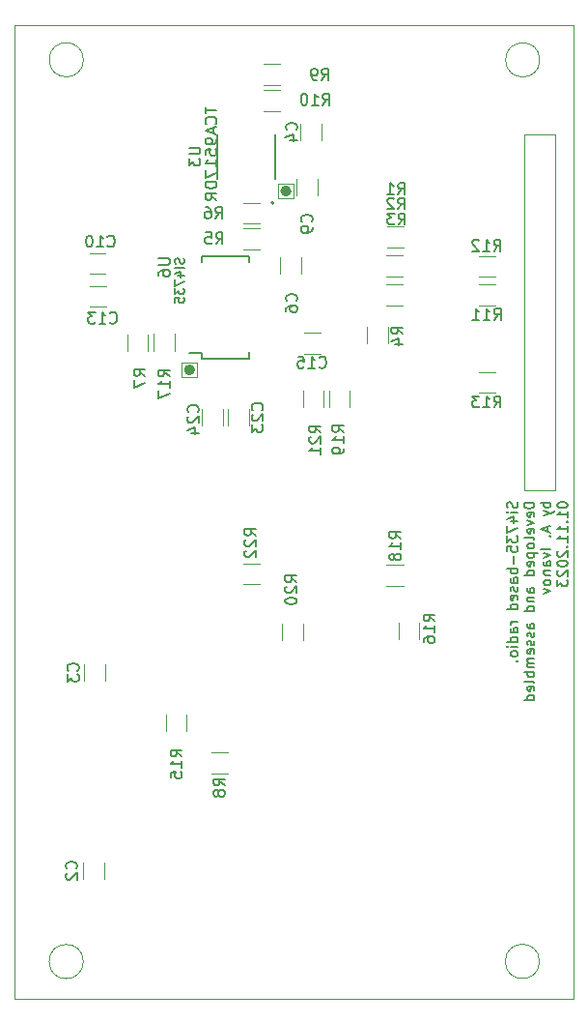
<source format=gbr>
%TF.GenerationSoftware,KiCad,Pcbnew,7.0.1*%
%TF.CreationDate,2023-11-03T16:30:39+00:00*%
%TF.ProjectId,SI4735,53493437-3335-42e6-9b69-6361645f7063,rev?*%
%TF.SameCoordinates,Original*%
%TF.FileFunction,Legend,Bot*%
%TF.FilePolarity,Positive*%
%FSLAX45Y45*%
G04 Gerber Fmt 4.5, Leading zero omitted, Abs format (unit mm)*
G04 Created by KiCad (PCBNEW 7.0.1) date 2023-11-03 16:30:39*
%MOMM*%
%LPD*%
G01*
G04 APERTURE LIST*
%ADD10C,0.466971*%
%ADD11C,0.120000*%
%ADD12C,0.200000*%
%ADD13C,0.180000*%
%ADD14C,0.150000*%
%ADD15C,0.127000*%
%TA.AperFunction,Profile*%
%ADD16C,0.050000*%
%TD*%
%TA.AperFunction,Profile*%
%ADD17C,0.100000*%
%TD*%
G04 APERTURE END LIST*
D10*
X14900848Y-9292500D02*
G75*
G03*
X14900848Y-9292500I-23349J0D01*
G01*
D11*
X14807500Y-9227460D02*
X14942500Y-9227460D01*
X14942500Y-9357500D01*
X14807500Y-9357500D01*
X14807500Y-9227460D01*
D10*
X14055848Y-10857500D02*
G75*
G03*
X14055848Y-10857500I-23349J0D01*
G01*
D11*
X13962500Y-10795000D02*
X14097500Y-10795000D01*
X14097500Y-10922500D01*
X13962500Y-10922500D01*
X13962500Y-10795000D01*
D12*
X13980700Y-9880714D02*
X13984509Y-9892143D01*
X13984509Y-9892143D02*
X13984509Y-9911190D01*
X13984509Y-9911190D02*
X13980700Y-9918810D01*
X13980700Y-9918810D02*
X13976890Y-9922619D01*
X13976890Y-9922619D02*
X13969271Y-9926429D01*
X13969271Y-9926429D02*
X13961652Y-9926429D01*
X13961652Y-9926429D02*
X13954033Y-9922619D01*
X13954033Y-9922619D02*
X13950224Y-9918810D01*
X13950224Y-9918810D02*
X13946414Y-9911190D01*
X13946414Y-9911190D02*
X13942605Y-9895952D01*
X13942605Y-9895952D02*
X13938795Y-9888333D01*
X13938795Y-9888333D02*
X13934986Y-9884524D01*
X13934986Y-9884524D02*
X13927367Y-9880714D01*
X13927367Y-9880714D02*
X13919748Y-9880714D01*
X13919748Y-9880714D02*
X13912128Y-9884524D01*
X13912128Y-9884524D02*
X13908319Y-9888333D01*
X13908319Y-9888333D02*
X13904509Y-9895952D01*
X13904509Y-9895952D02*
X13904509Y-9915000D01*
X13904509Y-9915000D02*
X13908319Y-9926429D01*
X13984509Y-9960714D02*
X13904509Y-9960714D01*
X13931176Y-10033095D02*
X13984509Y-10033095D01*
X13900700Y-10014048D02*
X13957843Y-9995000D01*
X13957843Y-9995000D02*
X13957843Y-10044524D01*
X13904509Y-10067381D02*
X13904509Y-10120714D01*
X13904509Y-10120714D02*
X13984509Y-10086429D01*
X13904509Y-10143571D02*
X13904509Y-10193095D01*
X13904509Y-10193095D02*
X13934986Y-10166429D01*
X13934986Y-10166429D02*
X13934986Y-10177857D01*
X13934986Y-10177857D02*
X13938795Y-10185476D01*
X13938795Y-10185476D02*
X13942605Y-10189286D01*
X13942605Y-10189286D02*
X13950224Y-10193095D01*
X13950224Y-10193095D02*
X13969271Y-10193095D01*
X13969271Y-10193095D02*
X13976890Y-10189286D01*
X13976890Y-10189286D02*
X13980700Y-10185476D01*
X13980700Y-10185476D02*
X13984509Y-10177857D01*
X13984509Y-10177857D02*
X13984509Y-10155000D01*
X13984509Y-10155000D02*
X13980700Y-10147381D01*
X13980700Y-10147381D02*
X13976890Y-10143571D01*
X13904509Y-10265476D02*
X13904509Y-10227381D01*
X13904509Y-10227381D02*
X13942605Y-10223571D01*
X13942605Y-10223571D02*
X13938795Y-10227381D01*
X13938795Y-10227381D02*
X13934986Y-10235000D01*
X13934986Y-10235000D02*
X13934986Y-10254048D01*
X13934986Y-10254048D02*
X13938795Y-10261667D01*
X13938795Y-10261667D02*
X13942605Y-10265476D01*
X13942605Y-10265476D02*
X13950224Y-10269286D01*
X13950224Y-10269286D02*
X13969271Y-10269286D01*
X13969271Y-10269286D02*
X13976890Y-10265476D01*
X13976890Y-10265476D02*
X13980700Y-10261667D01*
X13980700Y-10261667D02*
X13984509Y-10254048D01*
X13984509Y-10254048D02*
X13984509Y-10235000D01*
X13984509Y-10235000D02*
X13980700Y-10227381D01*
X13980700Y-10227381D02*
X13976890Y-10223571D01*
D13*
X16904650Y-12013143D02*
X16908936Y-12026000D01*
X16908936Y-12026000D02*
X16908936Y-12047428D01*
X16908936Y-12047428D02*
X16904650Y-12056000D01*
X16904650Y-12056000D02*
X16900364Y-12060286D01*
X16900364Y-12060286D02*
X16891793Y-12064571D01*
X16891793Y-12064571D02*
X16883221Y-12064571D01*
X16883221Y-12064571D02*
X16874650Y-12060286D01*
X16874650Y-12060286D02*
X16870364Y-12056000D01*
X16870364Y-12056000D02*
X16866079Y-12047428D01*
X16866079Y-12047428D02*
X16861793Y-12030286D01*
X16861793Y-12030286D02*
X16857507Y-12021714D01*
X16857507Y-12021714D02*
X16853221Y-12017428D01*
X16853221Y-12017428D02*
X16844650Y-12013143D01*
X16844650Y-12013143D02*
X16836079Y-12013143D01*
X16836079Y-12013143D02*
X16827507Y-12017428D01*
X16827507Y-12017428D02*
X16823221Y-12021714D01*
X16823221Y-12021714D02*
X16818936Y-12030286D01*
X16818936Y-12030286D02*
X16818936Y-12051714D01*
X16818936Y-12051714D02*
X16823221Y-12064571D01*
X16908936Y-12103143D02*
X16848936Y-12103143D01*
X16818936Y-12103143D02*
X16823221Y-12098857D01*
X16823221Y-12098857D02*
X16827507Y-12103143D01*
X16827507Y-12103143D02*
X16823221Y-12107428D01*
X16823221Y-12107428D02*
X16818936Y-12103143D01*
X16818936Y-12103143D02*
X16827507Y-12103143D01*
X16848936Y-12184571D02*
X16908936Y-12184571D01*
X16814650Y-12163143D02*
X16878936Y-12141714D01*
X16878936Y-12141714D02*
X16878936Y-12197428D01*
X16818936Y-12223143D02*
X16818936Y-12283143D01*
X16818936Y-12283143D02*
X16908936Y-12244571D01*
X16818936Y-12308857D02*
X16818936Y-12364571D01*
X16818936Y-12364571D02*
X16853221Y-12334571D01*
X16853221Y-12334571D02*
X16853221Y-12347428D01*
X16853221Y-12347428D02*
X16857507Y-12356000D01*
X16857507Y-12356000D02*
X16861793Y-12360286D01*
X16861793Y-12360286D02*
X16870364Y-12364571D01*
X16870364Y-12364571D02*
X16891793Y-12364571D01*
X16891793Y-12364571D02*
X16900364Y-12360286D01*
X16900364Y-12360286D02*
X16904650Y-12356000D01*
X16904650Y-12356000D02*
X16908936Y-12347428D01*
X16908936Y-12347428D02*
X16908936Y-12321714D01*
X16908936Y-12321714D02*
X16904650Y-12313143D01*
X16904650Y-12313143D02*
X16900364Y-12308857D01*
X16818936Y-12446000D02*
X16818936Y-12403143D01*
X16818936Y-12403143D02*
X16861793Y-12398857D01*
X16861793Y-12398857D02*
X16857507Y-12403143D01*
X16857507Y-12403143D02*
X16853221Y-12411714D01*
X16853221Y-12411714D02*
X16853221Y-12433143D01*
X16853221Y-12433143D02*
X16857507Y-12441714D01*
X16857507Y-12441714D02*
X16861793Y-12446000D01*
X16861793Y-12446000D02*
X16870364Y-12450286D01*
X16870364Y-12450286D02*
X16891793Y-12450286D01*
X16891793Y-12450286D02*
X16900364Y-12446000D01*
X16900364Y-12446000D02*
X16904650Y-12441714D01*
X16904650Y-12441714D02*
X16908936Y-12433143D01*
X16908936Y-12433143D02*
X16908936Y-12411714D01*
X16908936Y-12411714D02*
X16904650Y-12403143D01*
X16904650Y-12403143D02*
X16900364Y-12398857D01*
X16874650Y-12488857D02*
X16874650Y-12557429D01*
X16908936Y-12600286D02*
X16818936Y-12600286D01*
X16853221Y-12600286D02*
X16848936Y-12608857D01*
X16848936Y-12608857D02*
X16848936Y-12626000D01*
X16848936Y-12626000D02*
X16853221Y-12634571D01*
X16853221Y-12634571D02*
X16857507Y-12638857D01*
X16857507Y-12638857D02*
X16866079Y-12643143D01*
X16866079Y-12643143D02*
X16891793Y-12643143D01*
X16891793Y-12643143D02*
X16900364Y-12638857D01*
X16900364Y-12638857D02*
X16904650Y-12634571D01*
X16904650Y-12634571D02*
X16908936Y-12626000D01*
X16908936Y-12626000D02*
X16908936Y-12608857D01*
X16908936Y-12608857D02*
X16904650Y-12600286D01*
X16908936Y-12720286D02*
X16861793Y-12720286D01*
X16861793Y-12720286D02*
X16853221Y-12716000D01*
X16853221Y-12716000D02*
X16848936Y-12707429D01*
X16848936Y-12707429D02*
X16848936Y-12690286D01*
X16848936Y-12690286D02*
X16853221Y-12681714D01*
X16904650Y-12720286D02*
X16908936Y-12711714D01*
X16908936Y-12711714D02*
X16908936Y-12690286D01*
X16908936Y-12690286D02*
X16904650Y-12681714D01*
X16904650Y-12681714D02*
X16896079Y-12677429D01*
X16896079Y-12677429D02*
X16887507Y-12677429D01*
X16887507Y-12677429D02*
X16878936Y-12681714D01*
X16878936Y-12681714D02*
X16874650Y-12690286D01*
X16874650Y-12690286D02*
X16874650Y-12711714D01*
X16874650Y-12711714D02*
X16870364Y-12720286D01*
X16904650Y-12758857D02*
X16908936Y-12767429D01*
X16908936Y-12767429D02*
X16908936Y-12784571D01*
X16908936Y-12784571D02*
X16904650Y-12793143D01*
X16904650Y-12793143D02*
X16896079Y-12797429D01*
X16896079Y-12797429D02*
X16891793Y-12797429D01*
X16891793Y-12797429D02*
X16883221Y-12793143D01*
X16883221Y-12793143D02*
X16878936Y-12784571D01*
X16878936Y-12784571D02*
X16878936Y-12771714D01*
X16878936Y-12771714D02*
X16874650Y-12763143D01*
X16874650Y-12763143D02*
X16866079Y-12758857D01*
X16866079Y-12758857D02*
X16861793Y-12758857D01*
X16861793Y-12758857D02*
X16853221Y-12763143D01*
X16853221Y-12763143D02*
X16848936Y-12771714D01*
X16848936Y-12771714D02*
X16848936Y-12784571D01*
X16848936Y-12784571D02*
X16853221Y-12793143D01*
X16904650Y-12870286D02*
X16908936Y-12861714D01*
X16908936Y-12861714D02*
X16908936Y-12844571D01*
X16908936Y-12844571D02*
X16904650Y-12836000D01*
X16904650Y-12836000D02*
X16896079Y-12831714D01*
X16896079Y-12831714D02*
X16861793Y-12831714D01*
X16861793Y-12831714D02*
X16853221Y-12836000D01*
X16853221Y-12836000D02*
X16848936Y-12844571D01*
X16848936Y-12844571D02*
X16848936Y-12861714D01*
X16848936Y-12861714D02*
X16853221Y-12870286D01*
X16853221Y-12870286D02*
X16861793Y-12874571D01*
X16861793Y-12874571D02*
X16870364Y-12874571D01*
X16870364Y-12874571D02*
X16878936Y-12831714D01*
X16908936Y-12951714D02*
X16818936Y-12951714D01*
X16904650Y-12951714D02*
X16908936Y-12943143D01*
X16908936Y-12943143D02*
X16908936Y-12926000D01*
X16908936Y-12926000D02*
X16904650Y-12917429D01*
X16904650Y-12917429D02*
X16900364Y-12913143D01*
X16900364Y-12913143D02*
X16891793Y-12908857D01*
X16891793Y-12908857D02*
X16866079Y-12908857D01*
X16866079Y-12908857D02*
X16857507Y-12913143D01*
X16857507Y-12913143D02*
X16853221Y-12917429D01*
X16853221Y-12917429D02*
X16848936Y-12926000D01*
X16848936Y-12926000D02*
X16848936Y-12943143D01*
X16848936Y-12943143D02*
X16853221Y-12951714D01*
X16908936Y-13063143D02*
X16848936Y-13063143D01*
X16866079Y-13063143D02*
X16857507Y-13067429D01*
X16857507Y-13067429D02*
X16853221Y-13071714D01*
X16853221Y-13071714D02*
X16848936Y-13080286D01*
X16848936Y-13080286D02*
X16848936Y-13088857D01*
X16908936Y-13157429D02*
X16861793Y-13157429D01*
X16861793Y-13157429D02*
X16853221Y-13153143D01*
X16853221Y-13153143D02*
X16848936Y-13144571D01*
X16848936Y-13144571D02*
X16848936Y-13127429D01*
X16848936Y-13127429D02*
X16853221Y-13118857D01*
X16904650Y-13157429D02*
X16908936Y-13148857D01*
X16908936Y-13148857D02*
X16908936Y-13127429D01*
X16908936Y-13127429D02*
X16904650Y-13118857D01*
X16904650Y-13118857D02*
X16896079Y-13114571D01*
X16896079Y-13114571D02*
X16887507Y-13114571D01*
X16887507Y-13114571D02*
X16878936Y-13118857D01*
X16878936Y-13118857D02*
X16874650Y-13127429D01*
X16874650Y-13127429D02*
X16874650Y-13148857D01*
X16874650Y-13148857D02*
X16870364Y-13157429D01*
X16908936Y-13238857D02*
X16818936Y-13238857D01*
X16904650Y-13238857D02*
X16908936Y-13230286D01*
X16908936Y-13230286D02*
X16908936Y-13213143D01*
X16908936Y-13213143D02*
X16904650Y-13204571D01*
X16904650Y-13204571D02*
X16900364Y-13200286D01*
X16900364Y-13200286D02*
X16891793Y-13196000D01*
X16891793Y-13196000D02*
X16866079Y-13196000D01*
X16866079Y-13196000D02*
X16857507Y-13200286D01*
X16857507Y-13200286D02*
X16853221Y-13204571D01*
X16853221Y-13204571D02*
X16848936Y-13213143D01*
X16848936Y-13213143D02*
X16848936Y-13230286D01*
X16848936Y-13230286D02*
X16853221Y-13238857D01*
X16908936Y-13281714D02*
X16848936Y-13281714D01*
X16818936Y-13281714D02*
X16823221Y-13277429D01*
X16823221Y-13277429D02*
X16827507Y-13281714D01*
X16827507Y-13281714D02*
X16823221Y-13286000D01*
X16823221Y-13286000D02*
X16818936Y-13281714D01*
X16818936Y-13281714D02*
X16827507Y-13281714D01*
X16908936Y-13337429D02*
X16904650Y-13328857D01*
X16904650Y-13328857D02*
X16900364Y-13324571D01*
X16900364Y-13324571D02*
X16891793Y-13320286D01*
X16891793Y-13320286D02*
X16866079Y-13320286D01*
X16866079Y-13320286D02*
X16857507Y-13324571D01*
X16857507Y-13324571D02*
X16853221Y-13328857D01*
X16853221Y-13328857D02*
X16848936Y-13337429D01*
X16848936Y-13337429D02*
X16848936Y-13350286D01*
X16848936Y-13350286D02*
X16853221Y-13358857D01*
X16853221Y-13358857D02*
X16857507Y-13363143D01*
X16857507Y-13363143D02*
X16866079Y-13367429D01*
X16866079Y-13367429D02*
X16891793Y-13367429D01*
X16891793Y-13367429D02*
X16900364Y-13363143D01*
X16900364Y-13363143D02*
X16904650Y-13358857D01*
X16904650Y-13358857D02*
X16908936Y-13350286D01*
X16908936Y-13350286D02*
X16908936Y-13337429D01*
X16900364Y-13406000D02*
X16904650Y-13410286D01*
X16904650Y-13410286D02*
X16908936Y-13406000D01*
X16908936Y-13406000D02*
X16904650Y-13401714D01*
X16904650Y-13401714D02*
X16900364Y-13406000D01*
X16900364Y-13406000D02*
X16908936Y-13406000D01*
X17054736Y-12017428D02*
X16964736Y-12017428D01*
X16964736Y-12017428D02*
X16964736Y-12038857D01*
X16964736Y-12038857D02*
X16969021Y-12051714D01*
X16969021Y-12051714D02*
X16977593Y-12060286D01*
X16977593Y-12060286D02*
X16986164Y-12064571D01*
X16986164Y-12064571D02*
X17003307Y-12068857D01*
X17003307Y-12068857D02*
X17016164Y-12068857D01*
X17016164Y-12068857D02*
X17033307Y-12064571D01*
X17033307Y-12064571D02*
X17041879Y-12060286D01*
X17041879Y-12060286D02*
X17050450Y-12051714D01*
X17050450Y-12051714D02*
X17054736Y-12038857D01*
X17054736Y-12038857D02*
X17054736Y-12017428D01*
X17050450Y-12141714D02*
X17054736Y-12133143D01*
X17054736Y-12133143D02*
X17054736Y-12116000D01*
X17054736Y-12116000D02*
X17050450Y-12107428D01*
X17050450Y-12107428D02*
X17041879Y-12103143D01*
X17041879Y-12103143D02*
X17007593Y-12103143D01*
X17007593Y-12103143D02*
X16999021Y-12107428D01*
X16999021Y-12107428D02*
X16994736Y-12116000D01*
X16994736Y-12116000D02*
X16994736Y-12133143D01*
X16994736Y-12133143D02*
X16999021Y-12141714D01*
X16999021Y-12141714D02*
X17007593Y-12146000D01*
X17007593Y-12146000D02*
X17016164Y-12146000D01*
X17016164Y-12146000D02*
X17024736Y-12103143D01*
X16994736Y-12176000D02*
X17054736Y-12197429D01*
X17054736Y-12197429D02*
X16994736Y-12218857D01*
X17050450Y-12287428D02*
X17054736Y-12278857D01*
X17054736Y-12278857D02*
X17054736Y-12261714D01*
X17054736Y-12261714D02*
X17050450Y-12253143D01*
X17050450Y-12253143D02*
X17041879Y-12248857D01*
X17041879Y-12248857D02*
X17007593Y-12248857D01*
X17007593Y-12248857D02*
X16999021Y-12253143D01*
X16999021Y-12253143D02*
X16994736Y-12261714D01*
X16994736Y-12261714D02*
X16994736Y-12278857D01*
X16994736Y-12278857D02*
X16999021Y-12287428D01*
X16999021Y-12287428D02*
X17007593Y-12291714D01*
X17007593Y-12291714D02*
X17016164Y-12291714D01*
X17016164Y-12291714D02*
X17024736Y-12248857D01*
X17054736Y-12343143D02*
X17050450Y-12334571D01*
X17050450Y-12334571D02*
X17041879Y-12330286D01*
X17041879Y-12330286D02*
X16964736Y-12330286D01*
X17054736Y-12390286D02*
X17050450Y-12381714D01*
X17050450Y-12381714D02*
X17046164Y-12377429D01*
X17046164Y-12377429D02*
X17037593Y-12373143D01*
X17037593Y-12373143D02*
X17011879Y-12373143D01*
X17011879Y-12373143D02*
X17003307Y-12377429D01*
X17003307Y-12377429D02*
X16999021Y-12381714D01*
X16999021Y-12381714D02*
X16994736Y-12390286D01*
X16994736Y-12390286D02*
X16994736Y-12403143D01*
X16994736Y-12403143D02*
X16999021Y-12411714D01*
X16999021Y-12411714D02*
X17003307Y-12416000D01*
X17003307Y-12416000D02*
X17011879Y-12420286D01*
X17011879Y-12420286D02*
X17037593Y-12420286D01*
X17037593Y-12420286D02*
X17046164Y-12416000D01*
X17046164Y-12416000D02*
X17050450Y-12411714D01*
X17050450Y-12411714D02*
X17054736Y-12403143D01*
X17054736Y-12403143D02*
X17054736Y-12390286D01*
X16994736Y-12458857D02*
X17084736Y-12458857D01*
X16999021Y-12458857D02*
X16994736Y-12467429D01*
X16994736Y-12467429D02*
X16994736Y-12484571D01*
X16994736Y-12484571D02*
X16999021Y-12493143D01*
X16999021Y-12493143D02*
X17003307Y-12497429D01*
X17003307Y-12497429D02*
X17011879Y-12501714D01*
X17011879Y-12501714D02*
X17037593Y-12501714D01*
X17037593Y-12501714D02*
X17046164Y-12497429D01*
X17046164Y-12497429D02*
X17050450Y-12493143D01*
X17050450Y-12493143D02*
X17054736Y-12484571D01*
X17054736Y-12484571D02*
X17054736Y-12467429D01*
X17054736Y-12467429D02*
X17050450Y-12458857D01*
X17050450Y-12574571D02*
X17054736Y-12566000D01*
X17054736Y-12566000D02*
X17054736Y-12548857D01*
X17054736Y-12548857D02*
X17050450Y-12540286D01*
X17050450Y-12540286D02*
X17041879Y-12536000D01*
X17041879Y-12536000D02*
X17007593Y-12536000D01*
X17007593Y-12536000D02*
X16999021Y-12540286D01*
X16999021Y-12540286D02*
X16994736Y-12548857D01*
X16994736Y-12548857D02*
X16994736Y-12566000D01*
X16994736Y-12566000D02*
X16999021Y-12574571D01*
X16999021Y-12574571D02*
X17007593Y-12578857D01*
X17007593Y-12578857D02*
X17016164Y-12578857D01*
X17016164Y-12578857D02*
X17024736Y-12536000D01*
X17054736Y-12656000D02*
X16964736Y-12656000D01*
X17050450Y-12656000D02*
X17054736Y-12647429D01*
X17054736Y-12647429D02*
X17054736Y-12630286D01*
X17054736Y-12630286D02*
X17050450Y-12621714D01*
X17050450Y-12621714D02*
X17046164Y-12617429D01*
X17046164Y-12617429D02*
X17037593Y-12613143D01*
X17037593Y-12613143D02*
X17011879Y-12613143D01*
X17011879Y-12613143D02*
X17003307Y-12617429D01*
X17003307Y-12617429D02*
X16999021Y-12621714D01*
X16999021Y-12621714D02*
X16994736Y-12630286D01*
X16994736Y-12630286D02*
X16994736Y-12647429D01*
X16994736Y-12647429D02*
X16999021Y-12656000D01*
X17054736Y-12806000D02*
X17007593Y-12806000D01*
X17007593Y-12806000D02*
X16999021Y-12801714D01*
X16999021Y-12801714D02*
X16994736Y-12793143D01*
X16994736Y-12793143D02*
X16994736Y-12776000D01*
X16994736Y-12776000D02*
X16999021Y-12767429D01*
X17050450Y-12806000D02*
X17054736Y-12797429D01*
X17054736Y-12797429D02*
X17054736Y-12776000D01*
X17054736Y-12776000D02*
X17050450Y-12767429D01*
X17050450Y-12767429D02*
X17041879Y-12763143D01*
X17041879Y-12763143D02*
X17033307Y-12763143D01*
X17033307Y-12763143D02*
X17024736Y-12767429D01*
X17024736Y-12767429D02*
X17020450Y-12776000D01*
X17020450Y-12776000D02*
X17020450Y-12797429D01*
X17020450Y-12797429D02*
X17016164Y-12806000D01*
X16994736Y-12848857D02*
X17054736Y-12848857D01*
X17003307Y-12848857D02*
X16999021Y-12853143D01*
X16999021Y-12853143D02*
X16994736Y-12861714D01*
X16994736Y-12861714D02*
X16994736Y-12874572D01*
X16994736Y-12874572D02*
X16999021Y-12883143D01*
X16999021Y-12883143D02*
X17007593Y-12887429D01*
X17007593Y-12887429D02*
X17054736Y-12887429D01*
X17054736Y-12968857D02*
X16964736Y-12968857D01*
X17050450Y-12968857D02*
X17054736Y-12960286D01*
X17054736Y-12960286D02*
X17054736Y-12943143D01*
X17054736Y-12943143D02*
X17050450Y-12934572D01*
X17050450Y-12934572D02*
X17046164Y-12930286D01*
X17046164Y-12930286D02*
X17037593Y-12926000D01*
X17037593Y-12926000D02*
X17011879Y-12926000D01*
X17011879Y-12926000D02*
X17003307Y-12930286D01*
X17003307Y-12930286D02*
X16999021Y-12934572D01*
X16999021Y-12934572D02*
X16994736Y-12943143D01*
X16994736Y-12943143D02*
X16994736Y-12960286D01*
X16994736Y-12960286D02*
X16999021Y-12968857D01*
X17054736Y-13118857D02*
X17007593Y-13118857D01*
X17007593Y-13118857D02*
X16999021Y-13114572D01*
X16999021Y-13114572D02*
X16994736Y-13106000D01*
X16994736Y-13106000D02*
X16994736Y-13088857D01*
X16994736Y-13088857D02*
X16999021Y-13080286D01*
X17050450Y-13118857D02*
X17054736Y-13110286D01*
X17054736Y-13110286D02*
X17054736Y-13088857D01*
X17054736Y-13088857D02*
X17050450Y-13080286D01*
X17050450Y-13080286D02*
X17041879Y-13076000D01*
X17041879Y-13076000D02*
X17033307Y-13076000D01*
X17033307Y-13076000D02*
X17024736Y-13080286D01*
X17024736Y-13080286D02*
X17020450Y-13088857D01*
X17020450Y-13088857D02*
X17020450Y-13110286D01*
X17020450Y-13110286D02*
X17016164Y-13118857D01*
X17050450Y-13157429D02*
X17054736Y-13166000D01*
X17054736Y-13166000D02*
X17054736Y-13183143D01*
X17054736Y-13183143D02*
X17050450Y-13191714D01*
X17050450Y-13191714D02*
X17041879Y-13196000D01*
X17041879Y-13196000D02*
X17037593Y-13196000D01*
X17037593Y-13196000D02*
X17029021Y-13191714D01*
X17029021Y-13191714D02*
X17024736Y-13183143D01*
X17024736Y-13183143D02*
X17024736Y-13170286D01*
X17024736Y-13170286D02*
X17020450Y-13161714D01*
X17020450Y-13161714D02*
X17011879Y-13157429D01*
X17011879Y-13157429D02*
X17007593Y-13157429D01*
X17007593Y-13157429D02*
X16999021Y-13161714D01*
X16999021Y-13161714D02*
X16994736Y-13170286D01*
X16994736Y-13170286D02*
X16994736Y-13183143D01*
X16994736Y-13183143D02*
X16999021Y-13191714D01*
X17050450Y-13230286D02*
X17054736Y-13238857D01*
X17054736Y-13238857D02*
X17054736Y-13256000D01*
X17054736Y-13256000D02*
X17050450Y-13264572D01*
X17050450Y-13264572D02*
X17041879Y-13268857D01*
X17041879Y-13268857D02*
X17037593Y-13268857D01*
X17037593Y-13268857D02*
X17029021Y-13264572D01*
X17029021Y-13264572D02*
X17024736Y-13256000D01*
X17024736Y-13256000D02*
X17024736Y-13243143D01*
X17024736Y-13243143D02*
X17020450Y-13234572D01*
X17020450Y-13234572D02*
X17011879Y-13230286D01*
X17011879Y-13230286D02*
X17007593Y-13230286D01*
X17007593Y-13230286D02*
X16999021Y-13234572D01*
X16999021Y-13234572D02*
X16994736Y-13243143D01*
X16994736Y-13243143D02*
X16994736Y-13256000D01*
X16994736Y-13256000D02*
X16999021Y-13264572D01*
X17050450Y-13341714D02*
X17054736Y-13333143D01*
X17054736Y-13333143D02*
X17054736Y-13316000D01*
X17054736Y-13316000D02*
X17050450Y-13307429D01*
X17050450Y-13307429D02*
X17041879Y-13303143D01*
X17041879Y-13303143D02*
X17007593Y-13303143D01*
X17007593Y-13303143D02*
X16999021Y-13307429D01*
X16999021Y-13307429D02*
X16994736Y-13316000D01*
X16994736Y-13316000D02*
X16994736Y-13333143D01*
X16994736Y-13333143D02*
X16999021Y-13341714D01*
X16999021Y-13341714D02*
X17007593Y-13346000D01*
X17007593Y-13346000D02*
X17016164Y-13346000D01*
X17016164Y-13346000D02*
X17024736Y-13303143D01*
X17054736Y-13384572D02*
X16994736Y-13384572D01*
X17003307Y-13384572D02*
X16999021Y-13388857D01*
X16999021Y-13388857D02*
X16994736Y-13397429D01*
X16994736Y-13397429D02*
X16994736Y-13410286D01*
X16994736Y-13410286D02*
X16999021Y-13418857D01*
X16999021Y-13418857D02*
X17007593Y-13423143D01*
X17007593Y-13423143D02*
X17054736Y-13423143D01*
X17007593Y-13423143D02*
X16999021Y-13427429D01*
X16999021Y-13427429D02*
X16994736Y-13436000D01*
X16994736Y-13436000D02*
X16994736Y-13448857D01*
X16994736Y-13448857D02*
X16999021Y-13457429D01*
X16999021Y-13457429D02*
X17007593Y-13461714D01*
X17007593Y-13461714D02*
X17054736Y-13461714D01*
X17054736Y-13504572D02*
X16964736Y-13504572D01*
X16999021Y-13504572D02*
X16994736Y-13513143D01*
X16994736Y-13513143D02*
X16994736Y-13530286D01*
X16994736Y-13530286D02*
X16999021Y-13538857D01*
X16999021Y-13538857D02*
X17003307Y-13543143D01*
X17003307Y-13543143D02*
X17011879Y-13547429D01*
X17011879Y-13547429D02*
X17037593Y-13547429D01*
X17037593Y-13547429D02*
X17046164Y-13543143D01*
X17046164Y-13543143D02*
X17050450Y-13538857D01*
X17050450Y-13538857D02*
X17054736Y-13530286D01*
X17054736Y-13530286D02*
X17054736Y-13513143D01*
X17054736Y-13513143D02*
X17050450Y-13504572D01*
X17054736Y-13598857D02*
X17050450Y-13590286D01*
X17050450Y-13590286D02*
X17041879Y-13586000D01*
X17041879Y-13586000D02*
X16964736Y-13586000D01*
X17050450Y-13667429D02*
X17054736Y-13658857D01*
X17054736Y-13658857D02*
X17054736Y-13641715D01*
X17054736Y-13641715D02*
X17050450Y-13633143D01*
X17050450Y-13633143D02*
X17041879Y-13628857D01*
X17041879Y-13628857D02*
X17007593Y-13628857D01*
X17007593Y-13628857D02*
X16999021Y-13633143D01*
X16999021Y-13633143D02*
X16994736Y-13641715D01*
X16994736Y-13641715D02*
X16994736Y-13658857D01*
X16994736Y-13658857D02*
X16999021Y-13667429D01*
X16999021Y-13667429D02*
X17007593Y-13671715D01*
X17007593Y-13671715D02*
X17016164Y-13671715D01*
X17016164Y-13671715D02*
X17024736Y-13628857D01*
X17054736Y-13748857D02*
X16964736Y-13748857D01*
X17050450Y-13748857D02*
X17054736Y-13740286D01*
X17054736Y-13740286D02*
X17054736Y-13723143D01*
X17054736Y-13723143D02*
X17050450Y-13714572D01*
X17050450Y-13714572D02*
X17046164Y-13710286D01*
X17046164Y-13710286D02*
X17037593Y-13706000D01*
X17037593Y-13706000D02*
X17011879Y-13706000D01*
X17011879Y-13706000D02*
X17003307Y-13710286D01*
X17003307Y-13710286D02*
X16999021Y-13714572D01*
X16999021Y-13714572D02*
X16994736Y-13723143D01*
X16994736Y-13723143D02*
X16994736Y-13740286D01*
X16994736Y-13740286D02*
X16999021Y-13748857D01*
X17200536Y-12017428D02*
X17110536Y-12017428D01*
X17144821Y-12017428D02*
X17140536Y-12026000D01*
X17140536Y-12026000D02*
X17140536Y-12043143D01*
X17140536Y-12043143D02*
X17144821Y-12051714D01*
X17144821Y-12051714D02*
X17149107Y-12056000D01*
X17149107Y-12056000D02*
X17157679Y-12060286D01*
X17157679Y-12060286D02*
X17183393Y-12060286D01*
X17183393Y-12060286D02*
X17191964Y-12056000D01*
X17191964Y-12056000D02*
X17196250Y-12051714D01*
X17196250Y-12051714D02*
X17200536Y-12043143D01*
X17200536Y-12043143D02*
X17200536Y-12026000D01*
X17200536Y-12026000D02*
X17196250Y-12017428D01*
X17140536Y-12090286D02*
X17200536Y-12111714D01*
X17140536Y-12133143D02*
X17200536Y-12111714D01*
X17200536Y-12111714D02*
X17221964Y-12103143D01*
X17221964Y-12103143D02*
X17226250Y-12098857D01*
X17226250Y-12098857D02*
X17230536Y-12090286D01*
X17174821Y-12231714D02*
X17174821Y-12274571D01*
X17200536Y-12223143D02*
X17110536Y-12253143D01*
X17110536Y-12253143D02*
X17200536Y-12283143D01*
X17191964Y-12313143D02*
X17196250Y-12317428D01*
X17196250Y-12317428D02*
X17200536Y-12313143D01*
X17200536Y-12313143D02*
X17196250Y-12308857D01*
X17196250Y-12308857D02*
X17191964Y-12313143D01*
X17191964Y-12313143D02*
X17200536Y-12313143D01*
X17200536Y-12424571D02*
X17110536Y-12424571D01*
X17140536Y-12458857D02*
X17200536Y-12480286D01*
X17200536Y-12480286D02*
X17140536Y-12501714D01*
X17200536Y-12574571D02*
X17153393Y-12574571D01*
X17153393Y-12574571D02*
X17144821Y-12570285D01*
X17144821Y-12570285D02*
X17140536Y-12561714D01*
X17140536Y-12561714D02*
X17140536Y-12544571D01*
X17140536Y-12544571D02*
X17144821Y-12536000D01*
X17196250Y-12574571D02*
X17200536Y-12566000D01*
X17200536Y-12566000D02*
X17200536Y-12544571D01*
X17200536Y-12544571D02*
X17196250Y-12536000D01*
X17196250Y-12536000D02*
X17187679Y-12531714D01*
X17187679Y-12531714D02*
X17179107Y-12531714D01*
X17179107Y-12531714D02*
X17170536Y-12536000D01*
X17170536Y-12536000D02*
X17166250Y-12544571D01*
X17166250Y-12544571D02*
X17166250Y-12566000D01*
X17166250Y-12566000D02*
X17161964Y-12574571D01*
X17140536Y-12617428D02*
X17200536Y-12617428D01*
X17149107Y-12617428D02*
X17144821Y-12621714D01*
X17144821Y-12621714D02*
X17140536Y-12630286D01*
X17140536Y-12630286D02*
X17140536Y-12643143D01*
X17140536Y-12643143D02*
X17144821Y-12651714D01*
X17144821Y-12651714D02*
X17153393Y-12656000D01*
X17153393Y-12656000D02*
X17200536Y-12656000D01*
X17200536Y-12711714D02*
X17196250Y-12703143D01*
X17196250Y-12703143D02*
X17191964Y-12698857D01*
X17191964Y-12698857D02*
X17183393Y-12694571D01*
X17183393Y-12694571D02*
X17157679Y-12694571D01*
X17157679Y-12694571D02*
X17149107Y-12698857D01*
X17149107Y-12698857D02*
X17144821Y-12703143D01*
X17144821Y-12703143D02*
X17140536Y-12711714D01*
X17140536Y-12711714D02*
X17140536Y-12724571D01*
X17140536Y-12724571D02*
X17144821Y-12733143D01*
X17144821Y-12733143D02*
X17149107Y-12737428D01*
X17149107Y-12737428D02*
X17157679Y-12741714D01*
X17157679Y-12741714D02*
X17183393Y-12741714D01*
X17183393Y-12741714D02*
X17191964Y-12737428D01*
X17191964Y-12737428D02*
X17196250Y-12733143D01*
X17196250Y-12733143D02*
X17200536Y-12724571D01*
X17200536Y-12724571D02*
X17200536Y-12711714D01*
X17140536Y-12771714D02*
X17200536Y-12793143D01*
X17200536Y-12793143D02*
X17140536Y-12814571D01*
X17256336Y-12034571D02*
X17256336Y-12043143D01*
X17256336Y-12043143D02*
X17260621Y-12051714D01*
X17260621Y-12051714D02*
X17264907Y-12056000D01*
X17264907Y-12056000D02*
X17273479Y-12060286D01*
X17273479Y-12060286D02*
X17290621Y-12064571D01*
X17290621Y-12064571D02*
X17312050Y-12064571D01*
X17312050Y-12064571D02*
X17329193Y-12060286D01*
X17329193Y-12060286D02*
X17337764Y-12056000D01*
X17337764Y-12056000D02*
X17342050Y-12051714D01*
X17342050Y-12051714D02*
X17346336Y-12043143D01*
X17346336Y-12043143D02*
X17346336Y-12034571D01*
X17346336Y-12034571D02*
X17342050Y-12026000D01*
X17342050Y-12026000D02*
X17337764Y-12021714D01*
X17337764Y-12021714D02*
X17329193Y-12017428D01*
X17329193Y-12017428D02*
X17312050Y-12013143D01*
X17312050Y-12013143D02*
X17290621Y-12013143D01*
X17290621Y-12013143D02*
X17273479Y-12017428D01*
X17273479Y-12017428D02*
X17264907Y-12021714D01*
X17264907Y-12021714D02*
X17260621Y-12026000D01*
X17260621Y-12026000D02*
X17256336Y-12034571D01*
X17346336Y-12150286D02*
X17346336Y-12098857D01*
X17346336Y-12124571D02*
X17256336Y-12124571D01*
X17256336Y-12124571D02*
X17269193Y-12116000D01*
X17269193Y-12116000D02*
X17277764Y-12107428D01*
X17277764Y-12107428D02*
X17282050Y-12098857D01*
X17337764Y-12188857D02*
X17342050Y-12193143D01*
X17342050Y-12193143D02*
X17346336Y-12188857D01*
X17346336Y-12188857D02*
X17342050Y-12184571D01*
X17342050Y-12184571D02*
X17337764Y-12188857D01*
X17337764Y-12188857D02*
X17346336Y-12188857D01*
X17346336Y-12278857D02*
X17346336Y-12227428D01*
X17346336Y-12253143D02*
X17256336Y-12253143D01*
X17256336Y-12253143D02*
X17269193Y-12244571D01*
X17269193Y-12244571D02*
X17277764Y-12236000D01*
X17277764Y-12236000D02*
X17282050Y-12227428D01*
X17346336Y-12364571D02*
X17346336Y-12313143D01*
X17346336Y-12338857D02*
X17256336Y-12338857D01*
X17256336Y-12338857D02*
X17269193Y-12330286D01*
X17269193Y-12330286D02*
X17277764Y-12321714D01*
X17277764Y-12321714D02*
X17282050Y-12313143D01*
X17337764Y-12403143D02*
X17342050Y-12407428D01*
X17342050Y-12407428D02*
X17346336Y-12403143D01*
X17346336Y-12403143D02*
X17342050Y-12398857D01*
X17342050Y-12398857D02*
X17337764Y-12403143D01*
X17337764Y-12403143D02*
X17346336Y-12403143D01*
X17264907Y-12441714D02*
X17260621Y-12446000D01*
X17260621Y-12446000D02*
X17256336Y-12454571D01*
X17256336Y-12454571D02*
X17256336Y-12476000D01*
X17256336Y-12476000D02*
X17260621Y-12484571D01*
X17260621Y-12484571D02*
X17264907Y-12488857D01*
X17264907Y-12488857D02*
X17273479Y-12493143D01*
X17273479Y-12493143D02*
X17282050Y-12493143D01*
X17282050Y-12493143D02*
X17294907Y-12488857D01*
X17294907Y-12488857D02*
X17346336Y-12437428D01*
X17346336Y-12437428D02*
X17346336Y-12493143D01*
X17256336Y-12548857D02*
X17256336Y-12557428D01*
X17256336Y-12557428D02*
X17260621Y-12566000D01*
X17260621Y-12566000D02*
X17264907Y-12570286D01*
X17264907Y-12570286D02*
X17273479Y-12574571D01*
X17273479Y-12574571D02*
X17290621Y-12578857D01*
X17290621Y-12578857D02*
X17312050Y-12578857D01*
X17312050Y-12578857D02*
X17329193Y-12574571D01*
X17329193Y-12574571D02*
X17337764Y-12570286D01*
X17337764Y-12570286D02*
X17342050Y-12566000D01*
X17342050Y-12566000D02*
X17346336Y-12557428D01*
X17346336Y-12557428D02*
X17346336Y-12548857D01*
X17346336Y-12548857D02*
X17342050Y-12540286D01*
X17342050Y-12540286D02*
X17337764Y-12536000D01*
X17337764Y-12536000D02*
X17329193Y-12531714D01*
X17329193Y-12531714D02*
X17312050Y-12527428D01*
X17312050Y-12527428D02*
X17290621Y-12527428D01*
X17290621Y-12527428D02*
X17273479Y-12531714D01*
X17273479Y-12531714D02*
X17264907Y-12536000D01*
X17264907Y-12536000D02*
X17260621Y-12540286D01*
X17260621Y-12540286D02*
X17256336Y-12548857D01*
X17264907Y-12613143D02*
X17260621Y-12617428D01*
X17260621Y-12617428D02*
X17256336Y-12626000D01*
X17256336Y-12626000D02*
X17256336Y-12647428D01*
X17256336Y-12647428D02*
X17260621Y-12656000D01*
X17260621Y-12656000D02*
X17264907Y-12660286D01*
X17264907Y-12660286D02*
X17273479Y-12664571D01*
X17273479Y-12664571D02*
X17282050Y-12664571D01*
X17282050Y-12664571D02*
X17294907Y-12660286D01*
X17294907Y-12660286D02*
X17346336Y-12608857D01*
X17346336Y-12608857D02*
X17346336Y-12664571D01*
X17256336Y-12694571D02*
X17256336Y-12750286D01*
X17256336Y-12750286D02*
X17290621Y-12720286D01*
X17290621Y-12720286D02*
X17290621Y-12733143D01*
X17290621Y-12733143D02*
X17294907Y-12741714D01*
X17294907Y-12741714D02*
X17299193Y-12746000D01*
X17299193Y-12746000D02*
X17307764Y-12750286D01*
X17307764Y-12750286D02*
X17329193Y-12750286D01*
X17329193Y-12750286D02*
X17337764Y-12746000D01*
X17337764Y-12746000D02*
X17342050Y-12741714D01*
X17342050Y-12741714D02*
X17346336Y-12733143D01*
X17346336Y-12733143D02*
X17346336Y-12707428D01*
X17346336Y-12707428D02*
X17342050Y-12698857D01*
X17342050Y-12698857D02*
X17337764Y-12694571D01*
D14*
%TO.C,R13*%
X16701786Y-11186262D02*
X16735119Y-11138643D01*
X16758928Y-11186262D02*
X16758928Y-11086262D01*
X16758928Y-11086262D02*
X16720833Y-11086262D01*
X16720833Y-11086262D02*
X16711309Y-11091024D01*
X16711309Y-11091024D02*
X16706548Y-11095786D01*
X16706548Y-11095786D02*
X16701786Y-11105310D01*
X16701786Y-11105310D02*
X16701786Y-11119595D01*
X16701786Y-11119595D02*
X16706548Y-11129119D01*
X16706548Y-11129119D02*
X16711309Y-11133881D01*
X16711309Y-11133881D02*
X16720833Y-11138643D01*
X16720833Y-11138643D02*
X16758928Y-11138643D01*
X16606548Y-11186262D02*
X16663690Y-11186262D01*
X16635119Y-11186262D02*
X16635119Y-11086262D01*
X16635119Y-11086262D02*
X16644643Y-11100548D01*
X16644643Y-11100548D02*
X16654167Y-11110071D01*
X16654167Y-11110071D02*
X16663690Y-11114833D01*
X16573214Y-11086262D02*
X16511309Y-11086262D01*
X16511309Y-11086262D02*
X16544643Y-11124357D01*
X16544643Y-11124357D02*
X16530357Y-11124357D01*
X16530357Y-11124357D02*
X16520833Y-11129119D01*
X16520833Y-11129119D02*
X16516071Y-11133881D01*
X16516071Y-11133881D02*
X16511309Y-11143405D01*
X16511309Y-11143405D02*
X16511309Y-11167214D01*
X16511309Y-11167214D02*
X16516071Y-11176738D01*
X16516071Y-11176738D02*
X16520833Y-11181500D01*
X16520833Y-11181500D02*
X16530357Y-11186262D01*
X16530357Y-11186262D02*
X16558928Y-11186262D01*
X16558928Y-11186262D02*
X16568452Y-11181500D01*
X16568452Y-11181500D02*
X16573214Y-11176738D01*
%TO.C,C2*%
X13038738Y-15225833D02*
X13043500Y-15221071D01*
X13043500Y-15221071D02*
X13048262Y-15206786D01*
X13048262Y-15206786D02*
X13048262Y-15197262D01*
X13048262Y-15197262D02*
X13043500Y-15182976D01*
X13043500Y-15182976D02*
X13033976Y-15173452D01*
X13033976Y-15173452D02*
X13024452Y-15168690D01*
X13024452Y-15168690D02*
X13005405Y-15163929D01*
X13005405Y-15163929D02*
X12991119Y-15163929D01*
X12991119Y-15163929D02*
X12972071Y-15168690D01*
X12972071Y-15168690D02*
X12962548Y-15173452D01*
X12962548Y-15173452D02*
X12953024Y-15182976D01*
X12953024Y-15182976D02*
X12948262Y-15197262D01*
X12948262Y-15197262D02*
X12948262Y-15206786D01*
X12948262Y-15206786D02*
X12953024Y-15221071D01*
X12953024Y-15221071D02*
X12957786Y-15225833D01*
X12957786Y-15263929D02*
X12953024Y-15268690D01*
X12953024Y-15268690D02*
X12948262Y-15278214D01*
X12948262Y-15278214D02*
X12948262Y-15302024D01*
X12948262Y-15302024D02*
X12953024Y-15311548D01*
X12953024Y-15311548D02*
X12957786Y-15316309D01*
X12957786Y-15316309D02*
X12967309Y-15321071D01*
X12967309Y-15321071D02*
X12976833Y-15321071D01*
X12976833Y-15321071D02*
X12991119Y-15316309D01*
X12991119Y-15316309D02*
X13048262Y-15259167D01*
X13048262Y-15259167D02*
X13048262Y-15321071D01*
%TO.C,R6*%
X14259167Y-9531262D02*
X14292500Y-9483643D01*
X14316309Y-9531262D02*
X14316309Y-9431262D01*
X14316309Y-9431262D02*
X14278214Y-9431262D01*
X14278214Y-9431262D02*
X14268690Y-9436024D01*
X14268690Y-9436024D02*
X14263928Y-9440786D01*
X14263928Y-9440786D02*
X14259167Y-9450310D01*
X14259167Y-9450310D02*
X14259167Y-9464595D01*
X14259167Y-9464595D02*
X14263928Y-9474119D01*
X14263928Y-9474119D02*
X14268690Y-9478881D01*
X14268690Y-9478881D02*
X14278214Y-9483643D01*
X14278214Y-9483643D02*
X14316309Y-9483643D01*
X14173452Y-9431262D02*
X14192500Y-9431262D01*
X14192500Y-9431262D02*
X14202024Y-9436024D01*
X14202024Y-9436024D02*
X14206786Y-9440786D01*
X14206786Y-9440786D02*
X14216309Y-9455071D01*
X14216309Y-9455071D02*
X14221071Y-9474119D01*
X14221071Y-9474119D02*
X14221071Y-9512214D01*
X14221071Y-9512214D02*
X14216309Y-9521738D01*
X14216309Y-9521738D02*
X14211547Y-9526500D01*
X14211547Y-9526500D02*
X14202024Y-9531262D01*
X14202024Y-9531262D02*
X14182976Y-9531262D01*
X14182976Y-9531262D02*
X14173452Y-9526500D01*
X14173452Y-9526500D02*
X14168690Y-9521738D01*
X14168690Y-9521738D02*
X14163928Y-9512214D01*
X14163928Y-9512214D02*
X14163928Y-9488405D01*
X14163928Y-9488405D02*
X14168690Y-9478881D01*
X14168690Y-9478881D02*
X14173452Y-9474119D01*
X14173452Y-9474119D02*
X14182976Y-9469357D01*
X14182976Y-9469357D02*
X14202024Y-9469357D01*
X14202024Y-9469357D02*
X14211547Y-9474119D01*
X14211547Y-9474119D02*
X14216309Y-9478881D01*
X14216309Y-9478881D02*
X14221071Y-9488405D01*
%TO.C,C6*%
X14966738Y-10255833D02*
X14971500Y-10251071D01*
X14971500Y-10251071D02*
X14976262Y-10236786D01*
X14976262Y-10236786D02*
X14976262Y-10227262D01*
X14976262Y-10227262D02*
X14971500Y-10212976D01*
X14971500Y-10212976D02*
X14961976Y-10203452D01*
X14961976Y-10203452D02*
X14952452Y-10198691D01*
X14952452Y-10198691D02*
X14933405Y-10193929D01*
X14933405Y-10193929D02*
X14919119Y-10193929D01*
X14919119Y-10193929D02*
X14900071Y-10198691D01*
X14900071Y-10198691D02*
X14890548Y-10203452D01*
X14890548Y-10203452D02*
X14881024Y-10212976D01*
X14881024Y-10212976D02*
X14876262Y-10227262D01*
X14876262Y-10227262D02*
X14876262Y-10236786D01*
X14876262Y-10236786D02*
X14881024Y-10251071D01*
X14881024Y-10251071D02*
X14885786Y-10255833D01*
X14876262Y-10341548D02*
X14876262Y-10322500D01*
X14876262Y-10322500D02*
X14881024Y-10312976D01*
X14881024Y-10312976D02*
X14885786Y-10308214D01*
X14885786Y-10308214D02*
X14900071Y-10298691D01*
X14900071Y-10298691D02*
X14919119Y-10293929D01*
X14919119Y-10293929D02*
X14957214Y-10293929D01*
X14957214Y-10293929D02*
X14966738Y-10298691D01*
X14966738Y-10298691D02*
X14971500Y-10303452D01*
X14971500Y-10303452D02*
X14976262Y-10312976D01*
X14976262Y-10312976D02*
X14976262Y-10332024D01*
X14976262Y-10332024D02*
X14971500Y-10341548D01*
X14971500Y-10341548D02*
X14966738Y-10346310D01*
X14966738Y-10346310D02*
X14957214Y-10351071D01*
X14957214Y-10351071D02*
X14933405Y-10351071D01*
X14933405Y-10351071D02*
X14923881Y-10346310D01*
X14923881Y-10346310D02*
X14919119Y-10341548D01*
X14919119Y-10341548D02*
X14914357Y-10332024D01*
X14914357Y-10332024D02*
X14914357Y-10312976D01*
X14914357Y-10312976D02*
X14919119Y-10303452D01*
X14919119Y-10303452D02*
X14923881Y-10298691D01*
X14923881Y-10298691D02*
X14933405Y-10293929D01*
%TO.C,R19*%
X15386262Y-11403214D02*
X15338643Y-11369881D01*
X15386262Y-11346071D02*
X15286262Y-11346071D01*
X15286262Y-11346071D02*
X15286262Y-11384167D01*
X15286262Y-11384167D02*
X15291024Y-11393690D01*
X15291024Y-11393690D02*
X15295786Y-11398452D01*
X15295786Y-11398452D02*
X15305309Y-11403214D01*
X15305309Y-11403214D02*
X15319595Y-11403214D01*
X15319595Y-11403214D02*
X15329119Y-11398452D01*
X15329119Y-11398452D02*
X15333881Y-11393690D01*
X15333881Y-11393690D02*
X15338643Y-11384167D01*
X15338643Y-11384167D02*
X15338643Y-11346071D01*
X15386262Y-11498452D02*
X15386262Y-11441309D01*
X15386262Y-11469881D02*
X15286262Y-11469881D01*
X15286262Y-11469881D02*
X15300548Y-11460357D01*
X15300548Y-11460357D02*
X15310071Y-11450833D01*
X15310071Y-11450833D02*
X15314833Y-11441309D01*
X15386262Y-11546071D02*
X15386262Y-11565119D01*
X15386262Y-11565119D02*
X15381500Y-11574643D01*
X15381500Y-11574643D02*
X15376738Y-11579405D01*
X15376738Y-11579405D02*
X15362452Y-11588928D01*
X15362452Y-11588928D02*
X15343405Y-11593690D01*
X15343405Y-11593690D02*
X15305309Y-11593690D01*
X15305309Y-11593690D02*
X15295786Y-11588928D01*
X15295786Y-11588928D02*
X15291024Y-11584167D01*
X15291024Y-11584167D02*
X15286262Y-11574643D01*
X15286262Y-11574643D02*
X15286262Y-11555595D01*
X15286262Y-11555595D02*
X15291024Y-11546071D01*
X15291024Y-11546071D02*
X15295786Y-11541309D01*
X15295786Y-11541309D02*
X15305309Y-11536548D01*
X15305309Y-11536548D02*
X15329119Y-11536548D01*
X15329119Y-11536548D02*
X15338643Y-11541309D01*
X15338643Y-11541309D02*
X15343405Y-11546071D01*
X15343405Y-11546071D02*
X15348167Y-11555595D01*
X15348167Y-11555595D02*
X15348167Y-11574643D01*
X15348167Y-11574643D02*
X15343405Y-11584167D01*
X15343405Y-11584167D02*
X15338643Y-11588928D01*
X15338643Y-11588928D02*
X15329119Y-11593690D01*
%TO.C,R4*%
X15903762Y-10543333D02*
X15856143Y-10510000D01*
X15903762Y-10486191D02*
X15803762Y-10486191D01*
X15803762Y-10486191D02*
X15803762Y-10524286D01*
X15803762Y-10524286D02*
X15808524Y-10533810D01*
X15808524Y-10533810D02*
X15813286Y-10538571D01*
X15813286Y-10538571D02*
X15822809Y-10543333D01*
X15822809Y-10543333D02*
X15837095Y-10543333D01*
X15837095Y-10543333D02*
X15846619Y-10538571D01*
X15846619Y-10538571D02*
X15851381Y-10533810D01*
X15851381Y-10533810D02*
X15856143Y-10524286D01*
X15856143Y-10524286D02*
X15856143Y-10486191D01*
X15837095Y-10629048D02*
X15903762Y-10629048D01*
X15799000Y-10605238D02*
X15870428Y-10581429D01*
X15870428Y-10581429D02*
X15870428Y-10643333D01*
%TO.C,C9*%
X15101738Y-9560833D02*
X15106500Y-9556071D01*
X15106500Y-9556071D02*
X15111262Y-9541786D01*
X15111262Y-9541786D02*
X15111262Y-9532262D01*
X15111262Y-9532262D02*
X15106500Y-9517976D01*
X15106500Y-9517976D02*
X15096976Y-9508452D01*
X15096976Y-9508452D02*
X15087452Y-9503691D01*
X15087452Y-9503691D02*
X15068405Y-9498929D01*
X15068405Y-9498929D02*
X15054119Y-9498929D01*
X15054119Y-9498929D02*
X15035071Y-9503691D01*
X15035071Y-9503691D02*
X15025548Y-9508452D01*
X15025548Y-9508452D02*
X15016024Y-9517976D01*
X15016024Y-9517976D02*
X15011262Y-9532262D01*
X15011262Y-9532262D02*
X15011262Y-9541786D01*
X15011262Y-9541786D02*
X15016024Y-9556071D01*
X15016024Y-9556071D02*
X15020786Y-9560833D01*
X15111262Y-9608452D02*
X15111262Y-9627500D01*
X15111262Y-9627500D02*
X15106500Y-9637024D01*
X15106500Y-9637024D02*
X15101738Y-9641786D01*
X15101738Y-9641786D02*
X15087452Y-9651310D01*
X15087452Y-9651310D02*
X15068405Y-9656071D01*
X15068405Y-9656071D02*
X15030309Y-9656071D01*
X15030309Y-9656071D02*
X15020786Y-9651310D01*
X15020786Y-9651310D02*
X15016024Y-9646548D01*
X15016024Y-9646548D02*
X15011262Y-9637024D01*
X15011262Y-9637024D02*
X15011262Y-9617976D01*
X15011262Y-9617976D02*
X15016024Y-9608452D01*
X15016024Y-9608452D02*
X15020786Y-9603691D01*
X15020786Y-9603691D02*
X15030309Y-9598929D01*
X15030309Y-9598929D02*
X15054119Y-9598929D01*
X15054119Y-9598929D02*
X15063643Y-9603691D01*
X15063643Y-9603691D02*
X15068405Y-9608452D01*
X15068405Y-9608452D02*
X15073167Y-9617976D01*
X15073167Y-9617976D02*
X15073167Y-9637024D01*
X15073167Y-9637024D02*
X15068405Y-9646548D01*
X15068405Y-9646548D02*
X15063643Y-9651310D01*
X15063643Y-9651310D02*
X15054119Y-9656071D01*
%TO.C,R17*%
X13857262Y-10914714D02*
X13809643Y-10881381D01*
X13857262Y-10857571D02*
X13757262Y-10857571D01*
X13757262Y-10857571D02*
X13757262Y-10895667D01*
X13757262Y-10895667D02*
X13762024Y-10905190D01*
X13762024Y-10905190D02*
X13766786Y-10909952D01*
X13766786Y-10909952D02*
X13776309Y-10914714D01*
X13776309Y-10914714D02*
X13790595Y-10914714D01*
X13790595Y-10914714D02*
X13800119Y-10909952D01*
X13800119Y-10909952D02*
X13804881Y-10905190D01*
X13804881Y-10905190D02*
X13809643Y-10895667D01*
X13809643Y-10895667D02*
X13809643Y-10857571D01*
X13857262Y-11009952D02*
X13857262Y-10952810D01*
X13857262Y-10981381D02*
X13757262Y-10981381D01*
X13757262Y-10981381D02*
X13771548Y-10971857D01*
X13771548Y-10971857D02*
X13781071Y-10962333D01*
X13781071Y-10962333D02*
X13785833Y-10952810D01*
X13757262Y-11043286D02*
X13757262Y-11109952D01*
X13757262Y-11109952D02*
X13857262Y-11067095D01*
%TO.C,C10*%
X13314481Y-9771058D02*
X13319243Y-9775820D01*
X13319243Y-9775820D02*
X13333528Y-9780582D01*
X13333528Y-9780582D02*
X13343052Y-9780582D01*
X13343052Y-9780582D02*
X13357338Y-9775820D01*
X13357338Y-9775820D02*
X13366862Y-9766296D01*
X13366862Y-9766296D02*
X13371624Y-9756772D01*
X13371624Y-9756772D02*
X13376385Y-9737725D01*
X13376385Y-9737725D02*
X13376385Y-9723439D01*
X13376385Y-9723439D02*
X13371624Y-9704392D01*
X13371624Y-9704392D02*
X13366862Y-9694868D01*
X13366862Y-9694868D02*
X13357338Y-9685344D01*
X13357338Y-9685344D02*
X13343052Y-9680582D01*
X13343052Y-9680582D02*
X13333528Y-9680582D01*
X13333528Y-9680582D02*
X13319243Y-9685344D01*
X13319243Y-9685344D02*
X13314481Y-9690106D01*
X13219243Y-9780582D02*
X13276385Y-9780582D01*
X13247814Y-9780582D02*
X13247814Y-9680582D01*
X13247814Y-9680582D02*
X13257338Y-9694868D01*
X13257338Y-9694868D02*
X13266862Y-9704392D01*
X13266862Y-9704392D02*
X13276385Y-9709153D01*
X13157338Y-9680582D02*
X13147814Y-9680582D01*
X13147814Y-9680582D02*
X13138290Y-9685344D01*
X13138290Y-9685344D02*
X13133528Y-9690106D01*
X13133528Y-9690106D02*
X13128766Y-9699630D01*
X13128766Y-9699630D02*
X13124005Y-9718677D01*
X13124005Y-9718677D02*
X13124005Y-9742487D01*
X13124005Y-9742487D02*
X13128766Y-9761534D01*
X13128766Y-9761534D02*
X13133528Y-9771058D01*
X13133528Y-9771058D02*
X13138290Y-9775820D01*
X13138290Y-9775820D02*
X13147814Y-9780582D01*
X13147814Y-9780582D02*
X13157338Y-9780582D01*
X13157338Y-9780582D02*
X13166862Y-9775820D01*
X13166862Y-9775820D02*
X13171624Y-9771058D01*
X13171624Y-9771058D02*
X13176385Y-9761534D01*
X13176385Y-9761534D02*
X13181147Y-9742487D01*
X13181147Y-9742487D02*
X13181147Y-9718677D01*
X13181147Y-9718677D02*
X13176385Y-9699630D01*
X13176385Y-9699630D02*
X13171624Y-9690106D01*
X13171624Y-9690106D02*
X13166862Y-9685344D01*
X13166862Y-9685344D02*
X13157338Y-9680582D01*
%TO.C,R11*%
X16704286Y-10418762D02*
X16737619Y-10371143D01*
X16761428Y-10418762D02*
X16761428Y-10318762D01*
X16761428Y-10318762D02*
X16723333Y-10318762D01*
X16723333Y-10318762D02*
X16713809Y-10323524D01*
X16713809Y-10323524D02*
X16709048Y-10328286D01*
X16709048Y-10328286D02*
X16704286Y-10337810D01*
X16704286Y-10337810D02*
X16704286Y-10352095D01*
X16704286Y-10352095D02*
X16709048Y-10361619D01*
X16709048Y-10361619D02*
X16713809Y-10366381D01*
X16713809Y-10366381D02*
X16723333Y-10371143D01*
X16723333Y-10371143D02*
X16761428Y-10371143D01*
X16609048Y-10418762D02*
X16666190Y-10418762D01*
X16637619Y-10418762D02*
X16637619Y-10318762D01*
X16637619Y-10318762D02*
X16647143Y-10333048D01*
X16647143Y-10333048D02*
X16656667Y-10342571D01*
X16656667Y-10342571D02*
X16666190Y-10347333D01*
X16513809Y-10418762D02*
X16570952Y-10418762D01*
X16542381Y-10418762D02*
X16542381Y-10318762D01*
X16542381Y-10318762D02*
X16551905Y-10333048D01*
X16551905Y-10333048D02*
X16561428Y-10342571D01*
X16561428Y-10342571D02*
X16570952Y-10347333D01*
%TO.C,R21*%
X15183762Y-11405714D02*
X15136143Y-11372381D01*
X15183762Y-11348571D02*
X15083762Y-11348571D01*
X15083762Y-11348571D02*
X15083762Y-11386667D01*
X15083762Y-11386667D02*
X15088524Y-11396190D01*
X15088524Y-11396190D02*
X15093286Y-11400952D01*
X15093286Y-11400952D02*
X15102809Y-11405714D01*
X15102809Y-11405714D02*
X15117095Y-11405714D01*
X15117095Y-11405714D02*
X15126619Y-11400952D01*
X15126619Y-11400952D02*
X15131381Y-11396190D01*
X15131381Y-11396190D02*
X15136143Y-11386667D01*
X15136143Y-11386667D02*
X15136143Y-11348571D01*
X15093286Y-11443809D02*
X15088524Y-11448571D01*
X15088524Y-11448571D02*
X15083762Y-11458095D01*
X15083762Y-11458095D02*
X15083762Y-11481905D01*
X15083762Y-11481905D02*
X15088524Y-11491428D01*
X15088524Y-11491428D02*
X15093286Y-11496190D01*
X15093286Y-11496190D02*
X15102809Y-11500952D01*
X15102809Y-11500952D02*
X15112333Y-11500952D01*
X15112333Y-11500952D02*
X15126619Y-11496190D01*
X15126619Y-11496190D02*
X15183762Y-11439048D01*
X15183762Y-11439048D02*
X15183762Y-11500952D01*
X15183762Y-11596190D02*
X15183762Y-11539048D01*
X15183762Y-11567619D02*
X15083762Y-11567619D01*
X15083762Y-11567619D02*
X15098048Y-11558095D01*
X15098048Y-11558095D02*
X15107571Y-11548571D01*
X15107571Y-11548571D02*
X15112333Y-11539048D01*
%TO.C,R8*%
X14343262Y-14497333D02*
X14295643Y-14464000D01*
X14343262Y-14440190D02*
X14243262Y-14440190D01*
X14243262Y-14440190D02*
X14243262Y-14478286D01*
X14243262Y-14478286D02*
X14248024Y-14487809D01*
X14248024Y-14487809D02*
X14252786Y-14492571D01*
X14252786Y-14492571D02*
X14262309Y-14497333D01*
X14262309Y-14497333D02*
X14276595Y-14497333D01*
X14276595Y-14497333D02*
X14286119Y-14492571D01*
X14286119Y-14492571D02*
X14290881Y-14487809D01*
X14290881Y-14487809D02*
X14295643Y-14478286D01*
X14295643Y-14478286D02*
X14295643Y-14440190D01*
X14286119Y-14554476D02*
X14281357Y-14544952D01*
X14281357Y-14544952D02*
X14276595Y-14540190D01*
X14276595Y-14540190D02*
X14267071Y-14535429D01*
X14267071Y-14535429D02*
X14262309Y-14535429D01*
X14262309Y-14535429D02*
X14252786Y-14540190D01*
X14252786Y-14540190D02*
X14248024Y-14544952D01*
X14248024Y-14544952D02*
X14243262Y-14554476D01*
X14243262Y-14554476D02*
X14243262Y-14573524D01*
X14243262Y-14573524D02*
X14248024Y-14583048D01*
X14248024Y-14583048D02*
X14252786Y-14587809D01*
X14252786Y-14587809D02*
X14262309Y-14592571D01*
X14262309Y-14592571D02*
X14267071Y-14592571D01*
X14267071Y-14592571D02*
X14276595Y-14587809D01*
X14276595Y-14587809D02*
X14281357Y-14583048D01*
X14281357Y-14583048D02*
X14286119Y-14573524D01*
X14286119Y-14573524D02*
X14286119Y-14554476D01*
X14286119Y-14554476D02*
X14290881Y-14544952D01*
X14290881Y-14544952D02*
X14295643Y-14540190D01*
X14295643Y-14540190D02*
X14305167Y-14535429D01*
X14305167Y-14535429D02*
X14324214Y-14535429D01*
X14324214Y-14535429D02*
X14333738Y-14540190D01*
X14333738Y-14540190D02*
X14338500Y-14544952D01*
X14338500Y-14544952D02*
X14343262Y-14554476D01*
X14343262Y-14554476D02*
X14343262Y-14573524D01*
X14343262Y-14573524D02*
X14338500Y-14583048D01*
X14338500Y-14583048D02*
X14333738Y-14587809D01*
X14333738Y-14587809D02*
X14324214Y-14592571D01*
X14324214Y-14592571D02*
X14305167Y-14592571D01*
X14305167Y-14592571D02*
X14295643Y-14587809D01*
X14295643Y-14587809D02*
X14290881Y-14583048D01*
X14290881Y-14583048D02*
X14286119Y-14573524D01*
%TO.C,R1*%
X15861667Y-9321262D02*
X15895000Y-9273643D01*
X15918809Y-9321262D02*
X15918809Y-9221262D01*
X15918809Y-9221262D02*
X15880714Y-9221262D01*
X15880714Y-9221262D02*
X15871190Y-9226024D01*
X15871190Y-9226024D02*
X15866428Y-9230786D01*
X15866428Y-9230786D02*
X15861667Y-9240310D01*
X15861667Y-9240310D02*
X15861667Y-9254595D01*
X15861667Y-9254595D02*
X15866428Y-9264119D01*
X15866428Y-9264119D02*
X15871190Y-9268881D01*
X15871190Y-9268881D02*
X15880714Y-9273643D01*
X15880714Y-9273643D02*
X15918809Y-9273643D01*
X15766428Y-9321262D02*
X15823571Y-9321262D01*
X15795000Y-9321262D02*
X15795000Y-9221262D01*
X15795000Y-9221262D02*
X15804524Y-9235548D01*
X15804524Y-9235548D02*
X15814047Y-9245071D01*
X15814047Y-9245071D02*
X15823571Y-9249833D01*
%TO.C,R20*%
X14972262Y-12717714D02*
X14924643Y-12684381D01*
X14972262Y-12660571D02*
X14872262Y-12660571D01*
X14872262Y-12660571D02*
X14872262Y-12698667D01*
X14872262Y-12698667D02*
X14877024Y-12708190D01*
X14877024Y-12708190D02*
X14881786Y-12712952D01*
X14881786Y-12712952D02*
X14891309Y-12717714D01*
X14891309Y-12717714D02*
X14905595Y-12717714D01*
X14905595Y-12717714D02*
X14915119Y-12712952D01*
X14915119Y-12712952D02*
X14919881Y-12708190D01*
X14919881Y-12708190D02*
X14924643Y-12698667D01*
X14924643Y-12698667D02*
X14924643Y-12660571D01*
X14881786Y-12755809D02*
X14877024Y-12760571D01*
X14877024Y-12760571D02*
X14872262Y-12770095D01*
X14872262Y-12770095D02*
X14872262Y-12793905D01*
X14872262Y-12793905D02*
X14877024Y-12803428D01*
X14877024Y-12803428D02*
X14881786Y-12808190D01*
X14881786Y-12808190D02*
X14891309Y-12812952D01*
X14891309Y-12812952D02*
X14900833Y-12812952D01*
X14900833Y-12812952D02*
X14915119Y-12808190D01*
X14915119Y-12808190D02*
X14972262Y-12751048D01*
X14972262Y-12751048D02*
X14972262Y-12812952D01*
X14872262Y-12874857D02*
X14872262Y-12884381D01*
X14872262Y-12884381D02*
X14877024Y-12893905D01*
X14877024Y-12893905D02*
X14881786Y-12898667D01*
X14881786Y-12898667D02*
X14891309Y-12903428D01*
X14891309Y-12903428D02*
X14910357Y-12908190D01*
X14910357Y-12908190D02*
X14934167Y-12908190D01*
X14934167Y-12908190D02*
X14953214Y-12903428D01*
X14953214Y-12903428D02*
X14962738Y-12898667D01*
X14962738Y-12898667D02*
X14967500Y-12893905D01*
X14967500Y-12893905D02*
X14972262Y-12884381D01*
X14972262Y-12884381D02*
X14972262Y-12874857D01*
X14972262Y-12874857D02*
X14967500Y-12865333D01*
X14967500Y-12865333D02*
X14962738Y-12860571D01*
X14962738Y-12860571D02*
X14953214Y-12855809D01*
X14953214Y-12855809D02*
X14934167Y-12851048D01*
X14934167Y-12851048D02*
X14910357Y-12851048D01*
X14910357Y-12851048D02*
X14891309Y-12855809D01*
X14891309Y-12855809D02*
X14881786Y-12860571D01*
X14881786Y-12860571D02*
X14877024Y-12865333D01*
X14877024Y-12865333D02*
X14872262Y-12874857D01*
%TO.C,C24*%
X14104238Y-11227214D02*
X14109000Y-11222452D01*
X14109000Y-11222452D02*
X14113762Y-11208167D01*
X14113762Y-11208167D02*
X14113762Y-11198643D01*
X14113762Y-11198643D02*
X14109000Y-11184357D01*
X14109000Y-11184357D02*
X14099476Y-11174833D01*
X14099476Y-11174833D02*
X14089952Y-11170071D01*
X14089952Y-11170071D02*
X14070905Y-11165310D01*
X14070905Y-11165310D02*
X14056619Y-11165310D01*
X14056619Y-11165310D02*
X14037571Y-11170071D01*
X14037571Y-11170071D02*
X14028048Y-11174833D01*
X14028048Y-11174833D02*
X14018524Y-11184357D01*
X14018524Y-11184357D02*
X14013762Y-11198643D01*
X14013762Y-11198643D02*
X14013762Y-11208167D01*
X14013762Y-11208167D02*
X14018524Y-11222452D01*
X14018524Y-11222452D02*
X14023286Y-11227214D01*
X14023286Y-11265309D02*
X14018524Y-11270071D01*
X14018524Y-11270071D02*
X14013762Y-11279595D01*
X14013762Y-11279595D02*
X14013762Y-11303405D01*
X14013762Y-11303405D02*
X14018524Y-11312928D01*
X14018524Y-11312928D02*
X14023286Y-11317690D01*
X14023286Y-11317690D02*
X14032809Y-11322452D01*
X14032809Y-11322452D02*
X14042333Y-11322452D01*
X14042333Y-11322452D02*
X14056619Y-11317690D01*
X14056619Y-11317690D02*
X14113762Y-11260548D01*
X14113762Y-11260548D02*
X14113762Y-11322452D01*
X14047095Y-11408167D02*
X14113762Y-11408167D01*
X14009000Y-11384357D02*
X14080428Y-11360548D01*
X14080428Y-11360548D02*
X14080428Y-11422452D01*
%TO.C,C13*%
X13334286Y-10441738D02*
X13339048Y-10446500D01*
X13339048Y-10446500D02*
X13353333Y-10451262D01*
X13353333Y-10451262D02*
X13362857Y-10451262D01*
X13362857Y-10451262D02*
X13377143Y-10446500D01*
X13377143Y-10446500D02*
X13386667Y-10436976D01*
X13386667Y-10436976D02*
X13391428Y-10427452D01*
X13391428Y-10427452D02*
X13396190Y-10408405D01*
X13396190Y-10408405D02*
X13396190Y-10394119D01*
X13396190Y-10394119D02*
X13391428Y-10375071D01*
X13391428Y-10375071D02*
X13386667Y-10365548D01*
X13386667Y-10365548D02*
X13377143Y-10356024D01*
X13377143Y-10356024D02*
X13362857Y-10351262D01*
X13362857Y-10351262D02*
X13353333Y-10351262D01*
X13353333Y-10351262D02*
X13339048Y-10356024D01*
X13339048Y-10356024D02*
X13334286Y-10360786D01*
X13239048Y-10451262D02*
X13296190Y-10451262D01*
X13267619Y-10451262D02*
X13267619Y-10351262D01*
X13267619Y-10351262D02*
X13277143Y-10365548D01*
X13277143Y-10365548D02*
X13286667Y-10375071D01*
X13286667Y-10375071D02*
X13296190Y-10379833D01*
X13205714Y-10351262D02*
X13143809Y-10351262D01*
X13143809Y-10351262D02*
X13177143Y-10389357D01*
X13177143Y-10389357D02*
X13162857Y-10389357D01*
X13162857Y-10389357D02*
X13153333Y-10394119D01*
X13153333Y-10394119D02*
X13148571Y-10398881D01*
X13148571Y-10398881D02*
X13143809Y-10408405D01*
X13143809Y-10408405D02*
X13143809Y-10432214D01*
X13143809Y-10432214D02*
X13148571Y-10441738D01*
X13148571Y-10441738D02*
X13153333Y-10446500D01*
X13153333Y-10446500D02*
X13162857Y-10451262D01*
X13162857Y-10451262D02*
X13191428Y-10451262D01*
X13191428Y-10451262D02*
X13200952Y-10446500D01*
X13200952Y-10446500D02*
X13205714Y-10441738D01*
%TO.C,R3*%
X15864167Y-9586262D02*
X15897500Y-9538643D01*
X15921309Y-9586262D02*
X15921309Y-9486262D01*
X15921309Y-9486262D02*
X15883214Y-9486262D01*
X15883214Y-9486262D02*
X15873690Y-9491024D01*
X15873690Y-9491024D02*
X15868928Y-9495786D01*
X15868928Y-9495786D02*
X15864167Y-9505310D01*
X15864167Y-9505310D02*
X15864167Y-9519595D01*
X15864167Y-9519595D02*
X15868928Y-9529119D01*
X15868928Y-9529119D02*
X15873690Y-9533881D01*
X15873690Y-9533881D02*
X15883214Y-9538643D01*
X15883214Y-9538643D02*
X15921309Y-9538643D01*
X15830833Y-9486262D02*
X15768928Y-9486262D01*
X15768928Y-9486262D02*
X15802262Y-9524357D01*
X15802262Y-9524357D02*
X15787976Y-9524357D01*
X15787976Y-9524357D02*
X15778452Y-9529119D01*
X15778452Y-9529119D02*
X15773690Y-9533881D01*
X15773690Y-9533881D02*
X15768928Y-9543405D01*
X15768928Y-9543405D02*
X15768928Y-9567214D01*
X15768928Y-9567214D02*
X15773690Y-9576738D01*
X15773690Y-9576738D02*
X15778452Y-9581500D01*
X15778452Y-9581500D02*
X15787976Y-9586262D01*
X15787976Y-9586262D02*
X15816547Y-9586262D01*
X15816547Y-9586262D02*
X15826071Y-9581500D01*
X15826071Y-9581500D02*
X15830833Y-9576738D01*
%TO.C,R22*%
X14616262Y-12308714D02*
X14568643Y-12275381D01*
X14616262Y-12251571D02*
X14516262Y-12251571D01*
X14516262Y-12251571D02*
X14516262Y-12289667D01*
X14516262Y-12289667D02*
X14521024Y-12299190D01*
X14521024Y-12299190D02*
X14525786Y-12303952D01*
X14525786Y-12303952D02*
X14535309Y-12308714D01*
X14535309Y-12308714D02*
X14549595Y-12308714D01*
X14549595Y-12308714D02*
X14559119Y-12303952D01*
X14559119Y-12303952D02*
X14563881Y-12299190D01*
X14563881Y-12299190D02*
X14568643Y-12289667D01*
X14568643Y-12289667D02*
X14568643Y-12251571D01*
X14525786Y-12346809D02*
X14521024Y-12351571D01*
X14521024Y-12351571D02*
X14516262Y-12361095D01*
X14516262Y-12361095D02*
X14516262Y-12384905D01*
X14516262Y-12384905D02*
X14521024Y-12394428D01*
X14521024Y-12394428D02*
X14525786Y-12399190D01*
X14525786Y-12399190D02*
X14535309Y-12403952D01*
X14535309Y-12403952D02*
X14544833Y-12403952D01*
X14544833Y-12403952D02*
X14559119Y-12399190D01*
X14559119Y-12399190D02*
X14616262Y-12342048D01*
X14616262Y-12342048D02*
X14616262Y-12403952D01*
X14525786Y-12442048D02*
X14521024Y-12446809D01*
X14521024Y-12446809D02*
X14516262Y-12456333D01*
X14516262Y-12456333D02*
X14516262Y-12480143D01*
X14516262Y-12480143D02*
X14521024Y-12489667D01*
X14521024Y-12489667D02*
X14525786Y-12494428D01*
X14525786Y-12494428D02*
X14535309Y-12499190D01*
X14535309Y-12499190D02*
X14544833Y-12499190D01*
X14544833Y-12499190D02*
X14559119Y-12494428D01*
X14559119Y-12494428D02*
X14616262Y-12437286D01*
X14616262Y-12437286D02*
X14616262Y-12499190D01*
%TO.C,R5*%
X14264167Y-9753762D02*
X14297500Y-9706143D01*
X14321309Y-9753762D02*
X14321309Y-9653762D01*
X14321309Y-9653762D02*
X14283214Y-9653762D01*
X14283214Y-9653762D02*
X14273690Y-9658524D01*
X14273690Y-9658524D02*
X14268928Y-9663286D01*
X14268928Y-9663286D02*
X14264167Y-9672810D01*
X14264167Y-9672810D02*
X14264167Y-9687095D01*
X14264167Y-9687095D02*
X14268928Y-9696619D01*
X14268928Y-9696619D02*
X14273690Y-9701381D01*
X14273690Y-9701381D02*
X14283214Y-9706143D01*
X14283214Y-9706143D02*
X14321309Y-9706143D01*
X14173690Y-9653762D02*
X14221309Y-9653762D01*
X14221309Y-9653762D02*
X14226071Y-9701381D01*
X14226071Y-9701381D02*
X14221309Y-9696619D01*
X14221309Y-9696619D02*
X14211786Y-9691857D01*
X14211786Y-9691857D02*
X14187976Y-9691857D01*
X14187976Y-9691857D02*
X14178452Y-9696619D01*
X14178452Y-9696619D02*
X14173690Y-9701381D01*
X14173690Y-9701381D02*
X14168928Y-9710905D01*
X14168928Y-9710905D02*
X14168928Y-9734714D01*
X14168928Y-9734714D02*
X14173690Y-9744238D01*
X14173690Y-9744238D02*
X14178452Y-9749000D01*
X14178452Y-9749000D02*
X14187976Y-9753762D01*
X14187976Y-9753762D02*
X14211786Y-9753762D01*
X14211786Y-9753762D02*
X14221309Y-9749000D01*
X14221309Y-9749000D02*
X14226071Y-9744238D01*
%TO.C,R10*%
X15199286Y-8538762D02*
X15232619Y-8491143D01*
X15256428Y-8538762D02*
X15256428Y-8438762D01*
X15256428Y-8438762D02*
X15218333Y-8438762D01*
X15218333Y-8438762D02*
X15208809Y-8443524D01*
X15208809Y-8443524D02*
X15204048Y-8448286D01*
X15204048Y-8448286D02*
X15199286Y-8457810D01*
X15199286Y-8457810D02*
X15199286Y-8472095D01*
X15199286Y-8472095D02*
X15204048Y-8481619D01*
X15204048Y-8481619D02*
X15208809Y-8486381D01*
X15208809Y-8486381D02*
X15218333Y-8491143D01*
X15218333Y-8491143D02*
X15256428Y-8491143D01*
X15104048Y-8538762D02*
X15161190Y-8538762D01*
X15132619Y-8538762D02*
X15132619Y-8438762D01*
X15132619Y-8438762D02*
X15142143Y-8453048D01*
X15142143Y-8453048D02*
X15151667Y-8462571D01*
X15151667Y-8462571D02*
X15161190Y-8467333D01*
X15042143Y-8438762D02*
X15032619Y-8438762D01*
X15032619Y-8438762D02*
X15023095Y-8443524D01*
X15023095Y-8443524D02*
X15018333Y-8448286D01*
X15018333Y-8448286D02*
X15013571Y-8457810D01*
X15013571Y-8457810D02*
X15008809Y-8476857D01*
X15008809Y-8476857D02*
X15008809Y-8500667D01*
X15008809Y-8500667D02*
X15013571Y-8519714D01*
X15013571Y-8519714D02*
X15018333Y-8529238D01*
X15018333Y-8529238D02*
X15023095Y-8534000D01*
X15023095Y-8534000D02*
X15032619Y-8538762D01*
X15032619Y-8538762D02*
X15042143Y-8538762D01*
X15042143Y-8538762D02*
X15051667Y-8534000D01*
X15051667Y-8534000D02*
X15056428Y-8529238D01*
X15056428Y-8529238D02*
X15061190Y-8519714D01*
X15061190Y-8519714D02*
X15065952Y-8500667D01*
X15065952Y-8500667D02*
X15065952Y-8476857D01*
X15065952Y-8476857D02*
X15061190Y-8457810D01*
X15061190Y-8457810D02*
X15056428Y-8448286D01*
X15056428Y-8448286D02*
X15051667Y-8443524D01*
X15051667Y-8443524D02*
X15042143Y-8438762D01*
%TO.C,U6*%
X13761262Y-9881310D02*
X13842214Y-9881310D01*
X13842214Y-9881310D02*
X13851738Y-9886071D01*
X13851738Y-9886071D02*
X13856500Y-9890833D01*
X13856500Y-9890833D02*
X13861262Y-9900357D01*
X13861262Y-9900357D02*
X13861262Y-9919405D01*
X13861262Y-9919405D02*
X13856500Y-9928929D01*
X13856500Y-9928929D02*
X13851738Y-9933690D01*
X13851738Y-9933690D02*
X13842214Y-9938452D01*
X13842214Y-9938452D02*
X13761262Y-9938452D01*
X13761262Y-10028929D02*
X13761262Y-10009881D01*
X13761262Y-10009881D02*
X13766024Y-10000357D01*
X13766024Y-10000357D02*
X13770786Y-9995595D01*
X13770786Y-9995595D02*
X13785071Y-9986071D01*
X13785071Y-9986071D02*
X13804119Y-9981310D01*
X13804119Y-9981310D02*
X13842214Y-9981310D01*
X13842214Y-9981310D02*
X13851738Y-9986071D01*
X13851738Y-9986071D02*
X13856500Y-9990833D01*
X13856500Y-9990833D02*
X13861262Y-10000357D01*
X13861262Y-10000357D02*
X13861262Y-10019405D01*
X13861262Y-10019405D02*
X13856500Y-10028929D01*
X13856500Y-10028929D02*
X13851738Y-10033690D01*
X13851738Y-10033690D02*
X13842214Y-10038452D01*
X13842214Y-10038452D02*
X13818405Y-10038452D01*
X13818405Y-10038452D02*
X13808881Y-10033690D01*
X13808881Y-10033690D02*
X13804119Y-10028929D01*
X13804119Y-10028929D02*
X13799357Y-10019405D01*
X13799357Y-10019405D02*
X13799357Y-10000357D01*
X13799357Y-10000357D02*
X13804119Y-9990833D01*
X13804119Y-9990833D02*
X13808881Y-9986071D01*
X13808881Y-9986071D02*
X13818405Y-9981310D01*
%TO.C,R2*%
X15861667Y-9451262D02*
X15895000Y-9403643D01*
X15918809Y-9451262D02*
X15918809Y-9351262D01*
X15918809Y-9351262D02*
X15880714Y-9351262D01*
X15880714Y-9351262D02*
X15871190Y-9356024D01*
X15871190Y-9356024D02*
X15866428Y-9360786D01*
X15866428Y-9360786D02*
X15861667Y-9370310D01*
X15861667Y-9370310D02*
X15861667Y-9384595D01*
X15861667Y-9384595D02*
X15866428Y-9394119D01*
X15866428Y-9394119D02*
X15871190Y-9398881D01*
X15871190Y-9398881D02*
X15880714Y-9403643D01*
X15880714Y-9403643D02*
X15918809Y-9403643D01*
X15823571Y-9360786D02*
X15818809Y-9356024D01*
X15818809Y-9356024D02*
X15809286Y-9351262D01*
X15809286Y-9351262D02*
X15785476Y-9351262D01*
X15785476Y-9351262D02*
X15775952Y-9356024D01*
X15775952Y-9356024D02*
X15771190Y-9360786D01*
X15771190Y-9360786D02*
X15766428Y-9370310D01*
X15766428Y-9370310D02*
X15766428Y-9379833D01*
X15766428Y-9379833D02*
X15771190Y-9394119D01*
X15771190Y-9394119D02*
X15828333Y-9451262D01*
X15828333Y-9451262D02*
X15766428Y-9451262D01*
%TO.C,R9*%
X15191667Y-8321262D02*
X15225000Y-8273643D01*
X15248809Y-8321262D02*
X15248809Y-8221262D01*
X15248809Y-8221262D02*
X15210714Y-8221262D01*
X15210714Y-8221262D02*
X15201190Y-8226024D01*
X15201190Y-8226024D02*
X15196428Y-8230786D01*
X15196428Y-8230786D02*
X15191667Y-8240309D01*
X15191667Y-8240309D02*
X15191667Y-8254595D01*
X15191667Y-8254595D02*
X15196428Y-8264119D01*
X15196428Y-8264119D02*
X15201190Y-8268881D01*
X15201190Y-8268881D02*
X15210714Y-8273643D01*
X15210714Y-8273643D02*
X15248809Y-8273643D01*
X15144047Y-8321262D02*
X15125000Y-8321262D01*
X15125000Y-8321262D02*
X15115476Y-8316500D01*
X15115476Y-8316500D02*
X15110714Y-8311738D01*
X15110714Y-8311738D02*
X15101190Y-8297452D01*
X15101190Y-8297452D02*
X15096428Y-8278405D01*
X15096428Y-8278405D02*
X15096428Y-8240309D01*
X15096428Y-8240309D02*
X15101190Y-8230786D01*
X15101190Y-8230786D02*
X15105952Y-8226024D01*
X15105952Y-8226024D02*
X15115476Y-8221262D01*
X15115476Y-8221262D02*
X15134524Y-8221262D01*
X15134524Y-8221262D02*
X15144047Y-8226024D01*
X15144047Y-8226024D02*
X15148809Y-8230786D01*
X15148809Y-8230786D02*
X15153571Y-8240309D01*
X15153571Y-8240309D02*
X15153571Y-8264119D01*
X15153571Y-8264119D02*
X15148809Y-8273643D01*
X15148809Y-8273643D02*
X15144047Y-8278405D01*
X15144047Y-8278405D02*
X15134524Y-8283167D01*
X15134524Y-8283167D02*
X15115476Y-8283167D01*
X15115476Y-8283167D02*
X15105952Y-8278405D01*
X15105952Y-8278405D02*
X15101190Y-8273643D01*
X15101190Y-8273643D02*
X15096428Y-8264119D01*
%TO.C,R12*%
X16701786Y-9816262D02*
X16735119Y-9768643D01*
X16758928Y-9816262D02*
X16758928Y-9716262D01*
X16758928Y-9716262D02*
X16720833Y-9716262D01*
X16720833Y-9716262D02*
X16711309Y-9721024D01*
X16711309Y-9721024D02*
X16706548Y-9725786D01*
X16706548Y-9725786D02*
X16701786Y-9735310D01*
X16701786Y-9735310D02*
X16701786Y-9749595D01*
X16701786Y-9749595D02*
X16706548Y-9759119D01*
X16706548Y-9759119D02*
X16711309Y-9763881D01*
X16711309Y-9763881D02*
X16720833Y-9768643D01*
X16720833Y-9768643D02*
X16758928Y-9768643D01*
X16606548Y-9816262D02*
X16663690Y-9816262D01*
X16635119Y-9816262D02*
X16635119Y-9716262D01*
X16635119Y-9716262D02*
X16644643Y-9730548D01*
X16644643Y-9730548D02*
X16654167Y-9740071D01*
X16654167Y-9740071D02*
X16663690Y-9744833D01*
X16568452Y-9725786D02*
X16563690Y-9721024D01*
X16563690Y-9721024D02*
X16554167Y-9716262D01*
X16554167Y-9716262D02*
X16530357Y-9716262D01*
X16530357Y-9716262D02*
X16520833Y-9721024D01*
X16520833Y-9721024D02*
X16516071Y-9725786D01*
X16516071Y-9725786D02*
X16511309Y-9735310D01*
X16511309Y-9735310D02*
X16511309Y-9744833D01*
X16511309Y-9744833D02*
X16516071Y-9759119D01*
X16516071Y-9759119D02*
X16573214Y-9816262D01*
X16573214Y-9816262D02*
X16511309Y-9816262D01*
%TO.C,C15*%
X15169286Y-10831738D02*
X15174048Y-10836500D01*
X15174048Y-10836500D02*
X15188333Y-10841262D01*
X15188333Y-10841262D02*
X15197857Y-10841262D01*
X15197857Y-10841262D02*
X15212143Y-10836500D01*
X15212143Y-10836500D02*
X15221667Y-10826976D01*
X15221667Y-10826976D02*
X15226428Y-10817452D01*
X15226428Y-10817452D02*
X15231190Y-10798405D01*
X15231190Y-10798405D02*
X15231190Y-10784119D01*
X15231190Y-10784119D02*
X15226428Y-10765071D01*
X15226428Y-10765071D02*
X15221667Y-10755548D01*
X15221667Y-10755548D02*
X15212143Y-10746024D01*
X15212143Y-10746024D02*
X15197857Y-10741262D01*
X15197857Y-10741262D02*
X15188333Y-10741262D01*
X15188333Y-10741262D02*
X15174048Y-10746024D01*
X15174048Y-10746024D02*
X15169286Y-10750786D01*
X15074048Y-10841262D02*
X15131190Y-10841262D01*
X15102619Y-10841262D02*
X15102619Y-10741262D01*
X15102619Y-10741262D02*
X15112143Y-10755548D01*
X15112143Y-10755548D02*
X15121667Y-10765071D01*
X15121667Y-10765071D02*
X15131190Y-10769833D01*
X14983571Y-10741262D02*
X15031190Y-10741262D01*
X15031190Y-10741262D02*
X15035952Y-10788881D01*
X15035952Y-10788881D02*
X15031190Y-10784119D01*
X15031190Y-10784119D02*
X15021667Y-10779357D01*
X15021667Y-10779357D02*
X14997857Y-10779357D01*
X14997857Y-10779357D02*
X14988333Y-10784119D01*
X14988333Y-10784119D02*
X14983571Y-10788881D01*
X14983571Y-10788881D02*
X14978809Y-10798405D01*
X14978809Y-10798405D02*
X14978809Y-10822214D01*
X14978809Y-10822214D02*
X14983571Y-10831738D01*
X14983571Y-10831738D02*
X14988333Y-10836500D01*
X14988333Y-10836500D02*
X14997857Y-10841262D01*
X14997857Y-10841262D02*
X15021667Y-10841262D01*
X15021667Y-10841262D02*
X15031190Y-10836500D01*
X15031190Y-10836500D02*
X15035952Y-10831738D01*
%TO.C,C23*%
X14666738Y-11209714D02*
X14671500Y-11204952D01*
X14671500Y-11204952D02*
X14676262Y-11190667D01*
X14676262Y-11190667D02*
X14676262Y-11181143D01*
X14676262Y-11181143D02*
X14671500Y-11166857D01*
X14671500Y-11166857D02*
X14661976Y-11157333D01*
X14661976Y-11157333D02*
X14652452Y-11152571D01*
X14652452Y-11152571D02*
X14633405Y-11147810D01*
X14633405Y-11147810D02*
X14619119Y-11147810D01*
X14619119Y-11147810D02*
X14600071Y-11152571D01*
X14600071Y-11152571D02*
X14590548Y-11157333D01*
X14590548Y-11157333D02*
X14581024Y-11166857D01*
X14581024Y-11166857D02*
X14576262Y-11181143D01*
X14576262Y-11181143D02*
X14576262Y-11190667D01*
X14576262Y-11190667D02*
X14581024Y-11204952D01*
X14581024Y-11204952D02*
X14585786Y-11209714D01*
X14585786Y-11247809D02*
X14581024Y-11252571D01*
X14581024Y-11252571D02*
X14576262Y-11262095D01*
X14576262Y-11262095D02*
X14576262Y-11285905D01*
X14576262Y-11285905D02*
X14581024Y-11295428D01*
X14581024Y-11295428D02*
X14585786Y-11300190D01*
X14585786Y-11300190D02*
X14595309Y-11304952D01*
X14595309Y-11304952D02*
X14604833Y-11304952D01*
X14604833Y-11304952D02*
X14619119Y-11300190D01*
X14619119Y-11300190D02*
X14676262Y-11243048D01*
X14676262Y-11243048D02*
X14676262Y-11304952D01*
X14576262Y-11338286D02*
X14576262Y-11400190D01*
X14576262Y-11400190D02*
X14614357Y-11366857D01*
X14614357Y-11366857D02*
X14614357Y-11381143D01*
X14614357Y-11381143D02*
X14619119Y-11390667D01*
X14619119Y-11390667D02*
X14623881Y-11395428D01*
X14623881Y-11395428D02*
X14633405Y-11400190D01*
X14633405Y-11400190D02*
X14657214Y-11400190D01*
X14657214Y-11400190D02*
X14666738Y-11395428D01*
X14666738Y-11395428D02*
X14671500Y-11390667D01*
X14671500Y-11390667D02*
X14676262Y-11381143D01*
X14676262Y-11381143D02*
X14676262Y-11352571D01*
X14676262Y-11352571D02*
X14671500Y-11343048D01*
X14671500Y-11343048D02*
X14666738Y-11338286D01*
%TO.C,C3*%
X13051738Y-13490833D02*
X13056500Y-13486071D01*
X13056500Y-13486071D02*
X13061262Y-13471786D01*
X13061262Y-13471786D02*
X13061262Y-13462262D01*
X13061262Y-13462262D02*
X13056500Y-13447976D01*
X13056500Y-13447976D02*
X13046976Y-13438452D01*
X13046976Y-13438452D02*
X13037452Y-13433690D01*
X13037452Y-13433690D02*
X13018405Y-13428929D01*
X13018405Y-13428929D02*
X13004119Y-13428929D01*
X13004119Y-13428929D02*
X12985071Y-13433690D01*
X12985071Y-13433690D02*
X12975548Y-13438452D01*
X12975548Y-13438452D02*
X12966024Y-13447976D01*
X12966024Y-13447976D02*
X12961262Y-13462262D01*
X12961262Y-13462262D02*
X12961262Y-13471786D01*
X12961262Y-13471786D02*
X12966024Y-13486071D01*
X12966024Y-13486071D02*
X12970786Y-13490833D01*
X12961262Y-13524167D02*
X12961262Y-13586071D01*
X12961262Y-13586071D02*
X12999357Y-13552738D01*
X12999357Y-13552738D02*
X12999357Y-13567024D01*
X12999357Y-13567024D02*
X13004119Y-13576548D01*
X13004119Y-13576548D02*
X13008881Y-13581309D01*
X13008881Y-13581309D02*
X13018405Y-13586071D01*
X13018405Y-13586071D02*
X13042214Y-13586071D01*
X13042214Y-13586071D02*
X13051738Y-13581309D01*
X13051738Y-13581309D02*
X13056500Y-13576548D01*
X13056500Y-13576548D02*
X13061262Y-13567024D01*
X13061262Y-13567024D02*
X13061262Y-13538452D01*
X13061262Y-13538452D02*
X13056500Y-13528929D01*
X13056500Y-13528929D02*
X13051738Y-13524167D01*
%TO.C,R16*%
X16184262Y-13056714D02*
X16136643Y-13023381D01*
X16184262Y-12999571D02*
X16084262Y-12999571D01*
X16084262Y-12999571D02*
X16084262Y-13037667D01*
X16084262Y-13037667D02*
X16089024Y-13047190D01*
X16089024Y-13047190D02*
X16093786Y-13051952D01*
X16093786Y-13051952D02*
X16103309Y-13056714D01*
X16103309Y-13056714D02*
X16117595Y-13056714D01*
X16117595Y-13056714D02*
X16127119Y-13051952D01*
X16127119Y-13051952D02*
X16131881Y-13047190D01*
X16131881Y-13047190D02*
X16136643Y-13037667D01*
X16136643Y-13037667D02*
X16136643Y-12999571D01*
X16184262Y-13151952D02*
X16184262Y-13094809D01*
X16184262Y-13123381D02*
X16084262Y-13123381D01*
X16084262Y-13123381D02*
X16098548Y-13113857D01*
X16098548Y-13113857D02*
X16108071Y-13104333D01*
X16108071Y-13104333D02*
X16112833Y-13094809D01*
X16084262Y-13237667D02*
X16084262Y-13218619D01*
X16084262Y-13218619D02*
X16089024Y-13209095D01*
X16089024Y-13209095D02*
X16093786Y-13204333D01*
X16093786Y-13204333D02*
X16108071Y-13194809D01*
X16108071Y-13194809D02*
X16127119Y-13190048D01*
X16127119Y-13190048D02*
X16165214Y-13190048D01*
X16165214Y-13190048D02*
X16174738Y-13194809D01*
X16174738Y-13194809D02*
X16179500Y-13199571D01*
X16179500Y-13199571D02*
X16184262Y-13209095D01*
X16184262Y-13209095D02*
X16184262Y-13228143D01*
X16184262Y-13228143D02*
X16179500Y-13237667D01*
X16179500Y-13237667D02*
X16174738Y-13242428D01*
X16174738Y-13242428D02*
X16165214Y-13247190D01*
X16165214Y-13247190D02*
X16141405Y-13247190D01*
X16141405Y-13247190D02*
X16131881Y-13242428D01*
X16131881Y-13242428D02*
X16127119Y-13237667D01*
X16127119Y-13237667D02*
X16122357Y-13228143D01*
X16122357Y-13228143D02*
X16122357Y-13209095D01*
X16122357Y-13209095D02*
X16127119Y-13199571D01*
X16127119Y-13199571D02*
X16131881Y-13194809D01*
X16131881Y-13194809D02*
X16141405Y-13190048D01*
%TO.C,R7*%
X13643262Y-10911333D02*
X13595643Y-10878000D01*
X13643262Y-10854191D02*
X13543262Y-10854191D01*
X13543262Y-10854191D02*
X13543262Y-10892286D01*
X13543262Y-10892286D02*
X13548024Y-10901810D01*
X13548024Y-10901810D02*
X13552786Y-10906571D01*
X13552786Y-10906571D02*
X13562309Y-10911333D01*
X13562309Y-10911333D02*
X13576595Y-10911333D01*
X13576595Y-10911333D02*
X13586119Y-10906571D01*
X13586119Y-10906571D02*
X13590881Y-10901810D01*
X13590881Y-10901810D02*
X13595643Y-10892286D01*
X13595643Y-10892286D02*
X13595643Y-10854191D01*
X13543262Y-10944667D02*
X13543262Y-11011333D01*
X13543262Y-11011333D02*
X13643262Y-10968476D01*
%TO.C,R18*%
X15886262Y-12332714D02*
X15838643Y-12299381D01*
X15886262Y-12275571D02*
X15786262Y-12275571D01*
X15786262Y-12275571D02*
X15786262Y-12313667D01*
X15786262Y-12313667D02*
X15791024Y-12323190D01*
X15791024Y-12323190D02*
X15795786Y-12327952D01*
X15795786Y-12327952D02*
X15805309Y-12332714D01*
X15805309Y-12332714D02*
X15819595Y-12332714D01*
X15819595Y-12332714D02*
X15829119Y-12327952D01*
X15829119Y-12327952D02*
X15833881Y-12323190D01*
X15833881Y-12323190D02*
X15838643Y-12313667D01*
X15838643Y-12313667D02*
X15838643Y-12275571D01*
X15886262Y-12427952D02*
X15886262Y-12370809D01*
X15886262Y-12399381D02*
X15786262Y-12399381D01*
X15786262Y-12399381D02*
X15800548Y-12389857D01*
X15800548Y-12389857D02*
X15810071Y-12380333D01*
X15810071Y-12380333D02*
X15814833Y-12370809D01*
X15829119Y-12485095D02*
X15824357Y-12475571D01*
X15824357Y-12475571D02*
X15819595Y-12470809D01*
X15819595Y-12470809D02*
X15810071Y-12466048D01*
X15810071Y-12466048D02*
X15805309Y-12466048D01*
X15805309Y-12466048D02*
X15795786Y-12470809D01*
X15795786Y-12470809D02*
X15791024Y-12475571D01*
X15791024Y-12475571D02*
X15786262Y-12485095D01*
X15786262Y-12485095D02*
X15786262Y-12504143D01*
X15786262Y-12504143D02*
X15791024Y-12513667D01*
X15791024Y-12513667D02*
X15795786Y-12518428D01*
X15795786Y-12518428D02*
X15805309Y-12523190D01*
X15805309Y-12523190D02*
X15810071Y-12523190D01*
X15810071Y-12523190D02*
X15819595Y-12518428D01*
X15819595Y-12518428D02*
X15824357Y-12513667D01*
X15824357Y-12513667D02*
X15829119Y-12504143D01*
X15829119Y-12504143D02*
X15829119Y-12485095D01*
X15829119Y-12485095D02*
X15833881Y-12475571D01*
X15833881Y-12475571D02*
X15838643Y-12470809D01*
X15838643Y-12470809D02*
X15848167Y-12466048D01*
X15848167Y-12466048D02*
X15867214Y-12466048D01*
X15867214Y-12466048D02*
X15876738Y-12470809D01*
X15876738Y-12470809D02*
X15881500Y-12475571D01*
X15881500Y-12475571D02*
X15886262Y-12485095D01*
X15886262Y-12485095D02*
X15886262Y-12504143D01*
X15886262Y-12504143D02*
X15881500Y-12513667D01*
X15881500Y-12513667D02*
X15876738Y-12518428D01*
X15876738Y-12518428D02*
X15867214Y-12523190D01*
X15867214Y-12523190D02*
X15848167Y-12523190D01*
X15848167Y-12523190D02*
X15838643Y-12518428D01*
X15838643Y-12518428D02*
X15833881Y-12513667D01*
X15833881Y-12513667D02*
X15829119Y-12504143D01*
%TO.C,U3*%
X14026262Y-8911310D02*
X14107214Y-8911310D01*
X14107214Y-8911310D02*
X14116738Y-8916071D01*
X14116738Y-8916071D02*
X14121500Y-8920833D01*
X14121500Y-8920833D02*
X14126262Y-8930357D01*
X14126262Y-8930357D02*
X14126262Y-8949405D01*
X14126262Y-8949405D02*
X14121500Y-8958929D01*
X14121500Y-8958929D02*
X14116738Y-8963690D01*
X14116738Y-8963690D02*
X14107214Y-8968452D01*
X14107214Y-8968452D02*
X14026262Y-8968452D01*
X14026262Y-9006548D02*
X14026262Y-9068452D01*
X14026262Y-9068452D02*
X14064357Y-9035119D01*
X14064357Y-9035119D02*
X14064357Y-9049405D01*
X14064357Y-9049405D02*
X14069119Y-9058929D01*
X14069119Y-9058929D02*
X14073881Y-9063690D01*
X14073881Y-9063690D02*
X14083405Y-9068452D01*
X14083405Y-9068452D02*
X14107214Y-9068452D01*
X14107214Y-9068452D02*
X14116738Y-9063690D01*
X14116738Y-9063690D02*
X14121500Y-9058929D01*
X14121500Y-9058929D02*
X14126262Y-9049405D01*
X14126262Y-9049405D02*
X14126262Y-9020833D01*
X14126262Y-9020833D02*
X14121500Y-9011310D01*
X14121500Y-9011310D02*
X14116738Y-9006548D01*
X14171262Y-8555595D02*
X14171262Y-8612738D01*
X14271262Y-8584167D02*
X14171262Y-8584167D01*
X14261738Y-8703214D02*
X14266500Y-8698452D01*
X14266500Y-8698452D02*
X14271262Y-8684167D01*
X14271262Y-8684167D02*
X14271262Y-8674643D01*
X14271262Y-8674643D02*
X14266500Y-8660357D01*
X14266500Y-8660357D02*
X14256976Y-8650833D01*
X14256976Y-8650833D02*
X14247452Y-8646071D01*
X14247452Y-8646071D02*
X14228405Y-8641310D01*
X14228405Y-8641310D02*
X14214119Y-8641310D01*
X14214119Y-8641310D02*
X14195071Y-8646071D01*
X14195071Y-8646071D02*
X14185548Y-8650833D01*
X14185548Y-8650833D02*
X14176024Y-8660357D01*
X14176024Y-8660357D02*
X14171262Y-8674643D01*
X14171262Y-8674643D02*
X14171262Y-8684167D01*
X14171262Y-8684167D02*
X14176024Y-8698452D01*
X14176024Y-8698452D02*
X14180786Y-8703214D01*
X14242690Y-8741310D02*
X14242690Y-8788929D01*
X14271262Y-8731786D02*
X14171262Y-8765119D01*
X14171262Y-8765119D02*
X14271262Y-8798452D01*
X14271262Y-8836548D02*
X14271262Y-8855595D01*
X14271262Y-8855595D02*
X14266500Y-8865119D01*
X14266500Y-8865119D02*
X14261738Y-8869881D01*
X14261738Y-8869881D02*
X14247452Y-8879405D01*
X14247452Y-8879405D02*
X14228405Y-8884167D01*
X14228405Y-8884167D02*
X14190309Y-8884167D01*
X14190309Y-8884167D02*
X14180786Y-8879405D01*
X14180786Y-8879405D02*
X14176024Y-8874643D01*
X14176024Y-8874643D02*
X14171262Y-8865119D01*
X14171262Y-8865119D02*
X14171262Y-8846071D01*
X14171262Y-8846071D02*
X14176024Y-8836548D01*
X14176024Y-8836548D02*
X14180786Y-8831786D01*
X14180786Y-8831786D02*
X14190309Y-8827024D01*
X14190309Y-8827024D02*
X14214119Y-8827024D01*
X14214119Y-8827024D02*
X14223643Y-8831786D01*
X14223643Y-8831786D02*
X14228405Y-8836548D01*
X14228405Y-8836548D02*
X14233167Y-8846071D01*
X14233167Y-8846071D02*
X14233167Y-8865119D01*
X14233167Y-8865119D02*
X14228405Y-8874643D01*
X14228405Y-8874643D02*
X14223643Y-8879405D01*
X14223643Y-8879405D02*
X14214119Y-8884167D01*
X14171262Y-8974643D02*
X14171262Y-8927024D01*
X14171262Y-8927024D02*
X14218881Y-8922262D01*
X14218881Y-8922262D02*
X14214119Y-8927024D01*
X14214119Y-8927024D02*
X14209357Y-8936548D01*
X14209357Y-8936548D02*
X14209357Y-8960357D01*
X14209357Y-8960357D02*
X14214119Y-8969881D01*
X14214119Y-8969881D02*
X14218881Y-8974643D01*
X14218881Y-8974643D02*
X14228405Y-8979405D01*
X14228405Y-8979405D02*
X14252214Y-8979405D01*
X14252214Y-8979405D02*
X14261738Y-8974643D01*
X14261738Y-8974643D02*
X14266500Y-8969881D01*
X14266500Y-8969881D02*
X14271262Y-8960357D01*
X14271262Y-8960357D02*
X14271262Y-8936548D01*
X14271262Y-8936548D02*
X14266500Y-8927024D01*
X14266500Y-8927024D02*
X14261738Y-8922262D01*
X14271262Y-9074643D02*
X14271262Y-9017500D01*
X14271262Y-9046071D02*
X14171262Y-9046071D01*
X14171262Y-9046071D02*
X14185548Y-9036548D01*
X14185548Y-9036548D02*
X14195071Y-9027024D01*
X14195071Y-9027024D02*
X14199833Y-9017500D01*
X14171262Y-9107976D02*
X14171262Y-9174643D01*
X14171262Y-9174643D02*
X14271262Y-9131786D01*
X14271262Y-9212738D02*
X14171262Y-9212738D01*
X14171262Y-9212738D02*
X14171262Y-9236548D01*
X14171262Y-9236548D02*
X14176024Y-9250833D01*
X14176024Y-9250833D02*
X14185548Y-9260357D01*
X14185548Y-9260357D02*
X14195071Y-9265119D01*
X14195071Y-9265119D02*
X14214119Y-9269881D01*
X14214119Y-9269881D02*
X14228405Y-9269881D01*
X14228405Y-9269881D02*
X14247452Y-9265119D01*
X14247452Y-9265119D02*
X14256976Y-9260357D01*
X14256976Y-9260357D02*
X14266500Y-9250833D01*
X14266500Y-9250833D02*
X14271262Y-9236548D01*
X14271262Y-9236548D02*
X14271262Y-9212738D01*
X14271262Y-9369881D02*
X14223643Y-9336548D01*
X14271262Y-9312738D02*
X14171262Y-9312738D01*
X14171262Y-9312738D02*
X14171262Y-9350833D01*
X14171262Y-9350833D02*
X14176024Y-9360357D01*
X14176024Y-9360357D02*
X14180786Y-9365119D01*
X14180786Y-9365119D02*
X14190309Y-9369881D01*
X14190309Y-9369881D02*
X14204595Y-9369881D01*
X14204595Y-9369881D02*
X14214119Y-9365119D01*
X14214119Y-9365119D02*
X14218881Y-9360357D01*
X14218881Y-9360357D02*
X14223643Y-9350833D01*
X14223643Y-9350833D02*
X14223643Y-9312738D01*
%TO.C,C4*%
X14967738Y-8757333D02*
X14972500Y-8752571D01*
X14972500Y-8752571D02*
X14977262Y-8738286D01*
X14977262Y-8738286D02*
X14977262Y-8728762D01*
X14977262Y-8728762D02*
X14972500Y-8714476D01*
X14972500Y-8714476D02*
X14962976Y-8704952D01*
X14962976Y-8704952D02*
X14953452Y-8700191D01*
X14953452Y-8700191D02*
X14934405Y-8695429D01*
X14934405Y-8695429D02*
X14920119Y-8695429D01*
X14920119Y-8695429D02*
X14901071Y-8700191D01*
X14901071Y-8700191D02*
X14891548Y-8704952D01*
X14891548Y-8704952D02*
X14882024Y-8714476D01*
X14882024Y-8714476D02*
X14877262Y-8728762D01*
X14877262Y-8728762D02*
X14877262Y-8738286D01*
X14877262Y-8738286D02*
X14882024Y-8752571D01*
X14882024Y-8752571D02*
X14886786Y-8757333D01*
X14910595Y-8843048D02*
X14977262Y-8843048D01*
X14872500Y-8819238D02*
X14943928Y-8795429D01*
X14943928Y-8795429D02*
X14943928Y-8857333D01*
%TO.C,R15*%
X13966262Y-14241964D02*
X13918643Y-14208631D01*
X13966262Y-14184821D02*
X13866262Y-14184821D01*
X13866262Y-14184821D02*
X13866262Y-14222917D01*
X13866262Y-14222917D02*
X13871024Y-14232440D01*
X13871024Y-14232440D02*
X13875786Y-14237202D01*
X13875786Y-14237202D02*
X13885309Y-14241964D01*
X13885309Y-14241964D02*
X13899595Y-14241964D01*
X13899595Y-14241964D02*
X13909119Y-14237202D01*
X13909119Y-14237202D02*
X13913881Y-14232440D01*
X13913881Y-14232440D02*
X13918643Y-14222917D01*
X13918643Y-14222917D02*
X13918643Y-14184821D01*
X13966262Y-14337202D02*
X13966262Y-14280059D01*
X13966262Y-14308631D02*
X13866262Y-14308631D01*
X13866262Y-14308631D02*
X13880548Y-14299107D01*
X13880548Y-14299107D02*
X13890071Y-14289583D01*
X13890071Y-14289583D02*
X13894833Y-14280059D01*
X13866262Y-14427678D02*
X13866262Y-14380059D01*
X13866262Y-14380059D02*
X13913881Y-14375298D01*
X13913881Y-14375298D02*
X13909119Y-14380059D01*
X13909119Y-14380059D02*
X13904357Y-14389583D01*
X13904357Y-14389583D02*
X13904357Y-14413393D01*
X13904357Y-14413393D02*
X13909119Y-14422917D01*
X13909119Y-14422917D02*
X13913881Y-14427678D01*
X13913881Y-14427678D02*
X13923405Y-14432440D01*
X13923405Y-14432440D02*
X13947214Y-14432440D01*
X13947214Y-14432440D02*
X13956738Y-14427678D01*
X13956738Y-14427678D02*
X13961500Y-14422917D01*
X13961500Y-14422917D02*
X13966262Y-14413393D01*
X13966262Y-14413393D02*
X13966262Y-14389583D01*
X13966262Y-14389583D02*
X13961500Y-14380059D01*
X13961500Y-14380059D02*
X13956738Y-14375298D01*
D11*
%TO.C,R13*%
X16711976Y-11058160D02*
X16566564Y-11058160D01*
X16711976Y-10876160D02*
X16566564Y-10876160D01*
%TO.C,C2*%
X13101000Y-15313625D02*
X13101000Y-15171375D01*
X13283000Y-15313625D02*
X13283000Y-15171375D01*
%TO.C,R6*%
X14647706Y-9576000D02*
X14502294Y-9576000D01*
X14647706Y-9394000D02*
X14502294Y-9394000D01*
%TO.C,C6*%
X14829000Y-10011125D02*
X14829000Y-9868875D01*
X15011000Y-10011125D02*
X15011000Y-9868875D01*
%TO.C,R19*%
X15257750Y-11184966D02*
X15257750Y-11039554D01*
X15439750Y-11184966D02*
X15439750Y-11039554D01*
%TO.C,R4*%
X15772960Y-10479924D02*
X15772960Y-10625336D01*
X15590960Y-10479924D02*
X15590960Y-10625336D01*
%TO.C,C9*%
X15155000Y-9185375D02*
X15155000Y-9327625D01*
X14973000Y-9185375D02*
X14973000Y-9327625D01*
%TO.C,R17*%
X13901000Y-10543544D02*
X13901000Y-10688956D01*
X13719000Y-10543544D02*
X13719000Y-10688956D01*
%TO.C,C10*%
X13154070Y-9835820D02*
X13296320Y-9835820D01*
X13154070Y-10017820D02*
X13296320Y-10017820D01*
%TO.C,R11*%
X16711976Y-10290660D02*
X16566564Y-10290660D01*
X16711976Y-10108660D02*
X16566564Y-10108660D01*
%TO.C,R21*%
X15025250Y-11184966D02*
X15025250Y-11039554D01*
X15207250Y-11184966D02*
X15207250Y-11039554D01*
%TO.C,R8*%
X14368956Y-14391000D02*
X14223544Y-14391000D01*
X14368956Y-14209000D02*
X14223544Y-14209000D01*
%TO.C,R1*%
X15763544Y-9604000D02*
X15908956Y-9604000D01*
X15763544Y-9786000D02*
X15908956Y-9786000D01*
%TO.C,R20*%
X14844250Y-13226456D02*
X14844250Y-13081044D01*
X15026250Y-13226456D02*
X15026250Y-13081044D01*
%TO.C,C24*%
X14323500Y-11200375D02*
X14323500Y-11342625D01*
X14141500Y-11200375D02*
X14141500Y-11342625D01*
%TO.C,C13*%
X13156375Y-10124000D02*
X13298625Y-10124000D01*
X13156375Y-10306000D02*
X13298625Y-10306000D01*
%TO.C,R3*%
X15900916Y-10294180D02*
X15755504Y-10294180D01*
X15900916Y-10112180D02*
X15755504Y-10112180D01*
%TO.C,R22*%
X14646456Y-12736000D02*
X14501044Y-12736000D01*
X14646456Y-12554000D02*
X14501044Y-12554000D01*
%TO.C,R5*%
X14646456Y-9801000D02*
X14501044Y-9801000D01*
X14646456Y-9619000D02*
X14501044Y-9619000D01*
%TO.C,R10*%
X14825206Y-8588500D02*
X14679794Y-8588500D01*
X14825206Y-8406500D02*
X14679794Y-8406500D01*
D14*
%TO.C,U6*%
X14140000Y-9861750D02*
X14140000Y-9917500D01*
X14140000Y-9861750D02*
X14555000Y-9861750D01*
X14140000Y-10709250D02*
X14027500Y-10709250D01*
X14140000Y-10756750D02*
X14140000Y-10709250D01*
X14140000Y-10756750D02*
X14555000Y-10756750D01*
X14555000Y-9861750D02*
X14555000Y-9917500D01*
X14555000Y-10756750D02*
X14555000Y-10701000D01*
D11*
%TO.C,R2*%
X15900516Y-10040180D02*
X15755104Y-10040180D01*
X15900516Y-9858180D02*
X15755104Y-9858180D01*
%TO.C,R9*%
X14823956Y-8361000D02*
X14678544Y-8361000D01*
X14823956Y-8179000D02*
X14678544Y-8179000D01*
%TO.C,R12*%
X16711976Y-10040660D02*
X16566564Y-10040660D01*
X16711976Y-9858660D02*
X16566564Y-9858660D01*
%TO.C,C15*%
X15181125Y-10716000D02*
X15038875Y-10716000D01*
X15181125Y-10534000D02*
X15038875Y-10534000D01*
%TO.C,C23*%
X14553500Y-11200375D02*
X14553500Y-11342625D01*
X14371500Y-11200375D02*
X14371500Y-11342625D01*
%TO.C,C3*%
X13291000Y-13436375D02*
X13291000Y-13578625D01*
X13109000Y-13436375D02*
X13109000Y-13578625D01*
%TO.C,R16*%
X15866500Y-13216456D02*
X15866500Y-13071044D01*
X16048500Y-13216456D02*
X16048500Y-13071044D01*
%TO.C,R7*%
X13668500Y-10546044D02*
X13668500Y-10691456D01*
X13486500Y-10546044D02*
X13486500Y-10691456D01*
%TO.C,R18*%
X15761044Y-12566260D02*
X15906456Y-12566260D01*
X15761044Y-12748260D02*
X15906456Y-12748260D01*
D15*
%TO.C,U3*%
X14278750Y-9184500D02*
X14278750Y-8794500D01*
X14783750Y-9184500D02*
X14783750Y-8794500D01*
D12*
X14771750Y-9393500D02*
G75*
G03*
X14771750Y-9393500I-10000J0D01*
G01*
D11*
%TO.C,C4*%
X15004000Y-8843625D02*
X15004000Y-8701375D01*
X15186000Y-8843625D02*
X15186000Y-8701375D01*
%TO.C,R15*%
X13824000Y-14022706D02*
X13824000Y-13877294D01*
X14006000Y-14022706D02*
X14006000Y-13877294D01*
%TD*%
D16*
X17104000Y-8143000D02*
G75*
G03*
X17104000Y-8143000I-150000J0D01*
G01*
X13102000Y-8142000D02*
G75*
G03*
X13102000Y-8142000I-150000J0D01*
G01*
X13101000Y-16038000D02*
G75*
G03*
X13101000Y-16038000I-150000J0D01*
G01*
X16965500Y-8793000D02*
X17237000Y-8793000D01*
X17237000Y-11913000D01*
X16965500Y-11913000D01*
X16965500Y-8793000D01*
X17101000Y-16037000D02*
G75*
G03*
X17101000Y-16037000I-150000J0D01*
G01*
X12496500Y-7836500D02*
X17404000Y-7836500D01*
X17404000Y-16369000D01*
X12496500Y-16369000D01*
X12496500Y-7836500D01*
D17*
%TO.C,J3*%
X12499000Y-8804000D02*
X12499000Y-9664000D01*
%TO.C,J5*%
X12498500Y-10481000D02*
X12498500Y-11341000D01*
%TD*%
M02*

</source>
